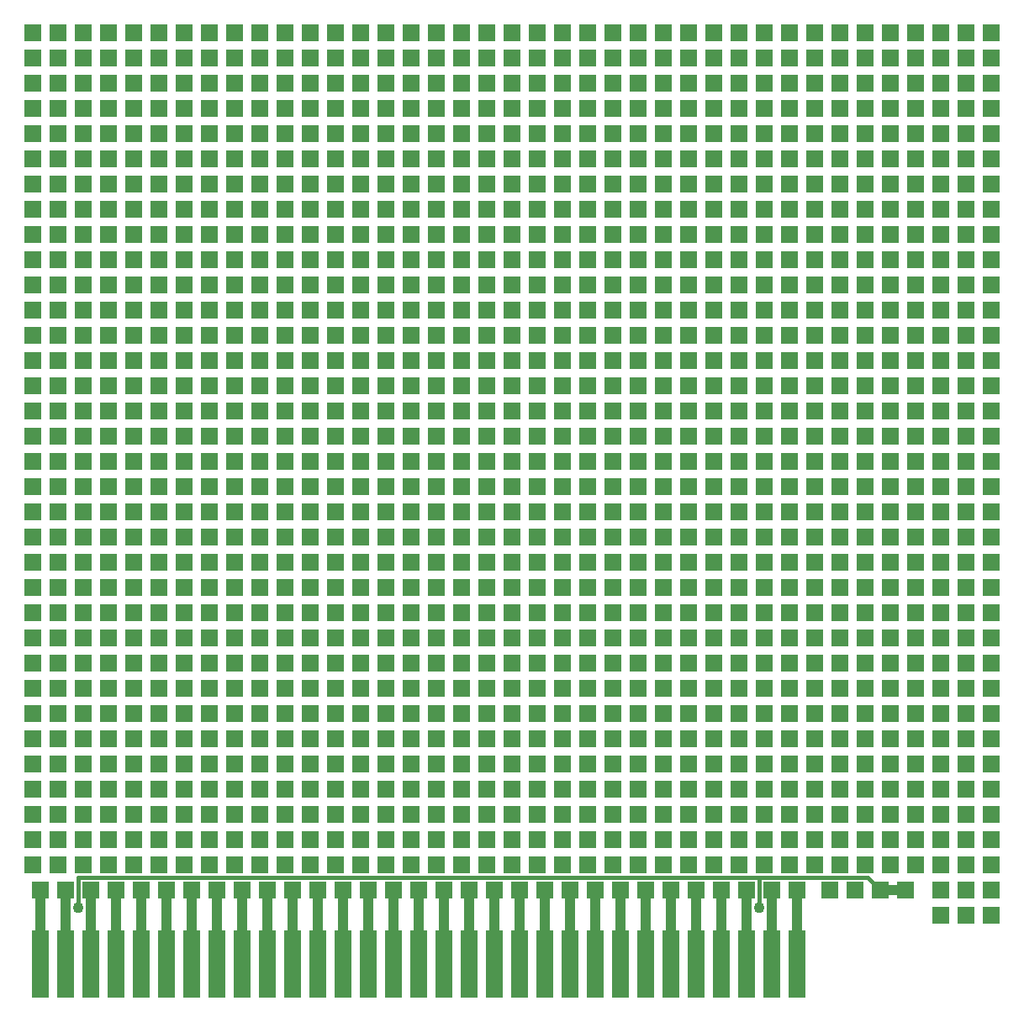
<source format=gbr>
%TF.GenerationSoftware,KiCad,Pcbnew,9.0.1+1*%
%TF.CreationDate,2025-06-01T22:03:50+02:00*%
%TF.ProjectId,isa_8bit_protoboard,6973615f-3862-4697-945f-70726f746f62,rev?*%
%TF.SameCoordinates,Original*%
%TF.FileFunction,Copper,L1,Top*%
%TF.FilePolarity,Positive*%
%FSLAX46Y46*%
G04 Gerber Fmt 4.6, Leading zero omitted, Abs format (unit mm)*
G04 Created by KiCad (PCBNEW 9.0.1+1) date 2025-06-01 22:03:50*
%MOMM*%
%LPD*%
G01*
G04 APERTURE LIST*
%TA.AperFunction,ConnectorPad*%
%ADD10R,1.780000X6.784748*%
%TD*%
%TA.AperFunction,ConnectorPad*%
%ADD11R,1.780000X6.784746*%
%TD*%
%TA.AperFunction,ConnectorPad*%
%ADD12R,1.780000X6.784747*%
%TD*%
%TA.AperFunction,ComponentPad*%
%ADD13R,1.700000X1.700000*%
%TD*%
%TA.AperFunction,SMDPad,CuDef*%
%ADD14R,1.700000X1.700000*%
%TD*%
%TA.AperFunction,ViaPad*%
%ADD15C,1.100000*%
%TD*%
%TA.AperFunction,Conductor*%
%ADD16C,1.000000*%
%TD*%
%TA.AperFunction,Conductor*%
%ADD17C,0.400000*%
%TD*%
G04 APERTURE END LIST*
D10*
%TO.P,J3,32,IO*%
%TO.N,~{IO_CH_CK}*%
X175260000Y-138012377D03*
%TO.P,J3,33,DB7*%
%TO.N,D7*%
X172720000Y-138012377D03*
%TO.P,J3,34,DB6*%
%TO.N,D6*%
X170180000Y-138012377D03*
%TO.P,J3,35,DB5*%
%TO.N,D5*%
X167640000Y-138012377D03*
%TO.P,J3,36,DB4*%
%TO.N,D4*%
X165100000Y-138012377D03*
%TO.P,J3,37,DB3*%
%TO.N,D3*%
X162560000Y-138012377D03*
%TO.P,J3,38,DB2*%
%TO.N,D2*%
X160020000Y-138012377D03*
%TO.P,J3,39,DB1*%
%TO.N,D1*%
X157480000Y-138012377D03*
%TO.P,J3,40,DB0*%
%TO.N,D0*%
X154940000Y-138012377D03*
%TO.P,J3,41,IO_READY*%
%TO.N,IOCHRDY*%
X152400000Y-138012377D03*
%TO.P,J3,42,AEN*%
%TO.N,AEN*%
X149860000Y-138012377D03*
%TO.P,J3,43,BA19*%
%TO.N,A19*%
X147320000Y-138012377D03*
%TO.P,J3,44,BA18*%
%TO.N,A18*%
X144780000Y-138012377D03*
%TO.P,J3,45,BA17*%
%TO.N,A17*%
X142240000Y-138012377D03*
%TO.P,J3,46,BA16*%
%TO.N,A16*%
X139700000Y-138012377D03*
%TO.P,J3,47,BA15*%
%TO.N,A15*%
X137160000Y-138012377D03*
%TO.P,J3,48,BA14*%
%TO.N,A14*%
X134620000Y-138012377D03*
%TO.P,J3,49,BA13*%
%TO.N,A13*%
X132080000Y-138012377D03*
%TO.P,J3,50,BA12*%
%TO.N,A12*%
X129540000Y-138012377D03*
%TO.P,J3,51,BA11*%
%TO.N,A11*%
X127000000Y-138012377D03*
%TO.P,J3,52,BA10*%
%TO.N,A10*%
X124460000Y-138012377D03*
%TO.P,J3,53,BA09*%
%TO.N,A09*%
X121920000Y-138012377D03*
%TO.P,J3,54,BA08*%
%TO.N,A08*%
X119380000Y-138012377D03*
%TO.P,J3,55,BA07*%
%TO.N,A07*%
X116840000Y-138012377D03*
%TO.P,J3,56,BA06*%
%TO.N,A06*%
X114300000Y-138012377D03*
%TO.P,J3,57,BA05*%
%TO.N,A05*%
X111760000Y-138012377D03*
%TO.P,J3,58,BA04*%
%TO.N,A04*%
X109220000Y-138012377D03*
%TO.P,J3,59,BA03*%
%TO.N,A03*%
X106680000Y-138012377D03*
%TO.P,J3,60,BA02*%
%TO.N,A02*%
X104140000Y-138012377D03*
D11*
%TO.P,J3,61,BA01*%
%TO.N,A01*%
X101600000Y-138012378D03*
D12*
%TO.P,J3,62,BA00*%
%TO.N,A00*%
X99060000Y-138012377D03*
%TD*%
D13*
%TO.P,REF\u002A\u002A694,1*%
%TO.N,N/C*%
X121158000Y-89916000D03*
%TD*%
%TO.P,REF\u002A\u002A33,1*%
%TO.N,N/C*%
X179578000Y-44196000D03*
%TD*%
%TO.P,REF\u002A\u002A1140,1*%
%TO.N,N/C*%
X194818000Y-117856000D03*
%TD*%
%TO.P,REF\u002A\u002A89,1*%
%TO.N,N/C*%
X128778000Y-49276000D03*
%TD*%
%TO.P,REF\u002A\u002A281,1*%
%TO.N,N/C*%
X133858000Y-61976000D03*
%TD*%
%TO.P,REF\u002A\u002A735,1*%
%TO.N,N/C*%
X128778000Y-92456000D03*
%TD*%
%TO.P,REF\u002A\u002A1145,1*%
%TO.N,N/C*%
X108458000Y-120396000D03*
%TD*%
%TO.P,REF\u002A\u002A250,1*%
%TO.N,N/C*%
X151638000Y-59436000D03*
%TD*%
%TO.P,REF\u002A\u002A421,1*%
%TO.N,N/C*%
X103378000Y-72136000D03*
%TD*%
%TO.P,REF\u002A\u002A780,1*%
%TO.N,N/C*%
X146558000Y-94996000D03*
%TD*%
%TO.P,REF\u002A\u002A546,1*%
%TO.N,N/C*%
X131318000Y-79756000D03*
%TD*%
%TO.P,REF\u002A\u002A1019,1*%
%TO.N,N/C*%
X174498000Y-110236000D03*
%TD*%
%TO.P,REF\u002A\u002A375,1*%
%TO.N,N/C*%
X179578000Y-67056000D03*
%TD*%
%TO.P,REF\u002A\u002A927,1*%
%TO.N,N/C*%
X133858000Y-105156000D03*
%TD*%
%TO.P,REF\u002A\u002A205,1*%
%TO.N,N/C*%
X133858000Y-56896000D03*
%TD*%
%TO.P,REF\u002A\u002A484,1*%
%TO.N,N/C*%
X166878000Y-74676000D03*
%TD*%
%TO.P,REF\u002A\u002A1178,1*%
%TO.N,N/C*%
X192278000Y-120396000D03*
%TD*%
%TO.P,REF\u002A\u002A792,1*%
%TO.N,N/C*%
X177038000Y-94996000D03*
%TD*%
%TO.P,REF\u002A\u002A850,1*%
%TO.N,N/C*%
X131318000Y-100076000D03*
%TD*%
%TO.P,REF\u002A\u002A137,1*%
%TO.N,N/C*%
X154178000Y-51816000D03*
%TD*%
%TO.P,REF\u002A\u002A81,1*%
%TO.N,N/C*%
X108458000Y-49276000D03*
%TD*%
%TO.P,REF\u002A\u002A361,1*%
%TO.N,N/C*%
X144018000Y-67056000D03*
%TD*%
%TO.P,REF\u002A\u002A302,1*%
%TO.N,N/C*%
X187198000Y-61976000D03*
%TD*%
%TO.P,REF\u002A\u002A879,1*%
%TO.N,N/C*%
X108458000Y-102616000D03*
%TD*%
%TO.P,REF\u002A\u002A402,1*%
%TO.N,N/C*%
X151638000Y-69596000D03*
%TD*%
%TO.P,REF\u002A\u002A877,1*%
%TO.N,N/C*%
X103378000Y-102616000D03*
%TD*%
%TO.P,REF\u002A\u002A478,1*%
%TO.N,N/C*%
X151638000Y-74676000D03*
%TD*%
%TO.P,REF\u002A\u002A996,1*%
%TO.N,N/C*%
X116078000Y-110236000D03*
%TD*%
%TO.P,REF\u002A\u002A292,1*%
%TO.N,N/C*%
X161798000Y-61976000D03*
%TD*%
%TO.P,REF\u002A\u002A172,1*%
%TO.N,N/C*%
X146558000Y-54356000D03*
%TD*%
%TO.P,REF\u002A\u002A801,1*%
%TO.N,N/C*%
X103378000Y-97536000D03*
%TD*%
%TO.P,REF\u002A\u002A342,1*%
%TO.N,N/C*%
X192278000Y-64516000D03*
%TD*%
%TO.P,REF\u002A\u002A1071,1*%
%TO.N,N/C*%
X113538000Y-115316000D03*
%TD*%
%TO.P,REF\u002A\u002A684,1*%
%TO.N,N/C*%
X192278000Y-87376000D03*
%TD*%
%TO.P,REF\u002A\u002A1245,1*%
%TO.N,N/C*%
X169418000Y-125476000D03*
%TD*%
%TO.P,REF\u002A\u002A1052,1*%
%TO.N,N/C*%
X161798000Y-112776000D03*
%TD*%
%TO.P,REF\u002A\u002A994,1*%
%TO.N,N/C*%
X110998000Y-110236000D03*
%TD*%
%TO.P,REF\u002A\u002A606,1*%
%TO.N,N/C*%
X187198000Y-82296000D03*
%TD*%
%TO.P,REF\u002A\u002A949,1*%
%TO.N,N/C*%
X189738000Y-105156000D03*
%TD*%
%TO.P,REF\u002A\u002A703,1*%
%TO.N,N/C*%
X144018000Y-89916000D03*
%TD*%
%TO.P,REF\u002A\u002A238,1*%
%TO.N,N/C*%
X121158000Y-59436000D03*
%TD*%
%TO.P,REF\u002A\u002A216,1*%
%TO.N,N/C*%
X161798000Y-56896000D03*
%TD*%
%TO.P,REF\u002A\u002A1085,1*%
%TO.N,N/C*%
X149098000Y-115316000D03*
%TD*%
%TO.P,REF\u002A\u002A550,1*%
%TO.N,N/C*%
X141478000Y-79756000D03*
%TD*%
%TO.P,REF\u002A\u002A330,1*%
%TO.N,N/C*%
X161798000Y-64516000D03*
%TD*%
%TO.P,REF\u002A\u002A1213,1*%
%TO.N,N/C*%
X184658000Y-122936000D03*
%TD*%
%TO.P,REF\u002A\u002A589,1*%
%TO.N,N/C*%
X144018000Y-82296000D03*
%TD*%
%TO.P,REF\u002A\u002A162,1*%
%TO.N,N/C*%
X121158000Y-54356000D03*
%TD*%
%TO.P,REF\u002A\u002A1064,1*%
%TO.N,N/C*%
X194818000Y-112776000D03*
%TD*%
%TO.P,REF\u002A\u002A1061,1*%
%TO.N,N/C*%
X184658000Y-112776000D03*
%TD*%
%TO.P,REF\u002A\u002A1125,1*%
%TO.N,N/C*%
X154178000Y-117856000D03*
%TD*%
%TO.P,REF\u002A\u002A901,1*%
%TO.N,N/C*%
X164338000Y-102616000D03*
%TD*%
%TO.P,REF\u002A\u002A659,1*%
%TO.N,N/C*%
X128778000Y-87376000D03*
%TD*%
%TO.P,REF\u002A\u002A495,1*%
%TO.N,N/C*%
X98298000Y-77216000D03*
%TD*%
%TO.P,REF\u002A\u002A609,1*%
%TO.N,N/C*%
X98298000Y-84836000D03*
%TD*%
%TO.P,REF\u002A\u002A270,1*%
%TO.N,N/C*%
X105918000Y-61976000D03*
%TD*%
%TO.P,REF\u002A\u002A420,1*%
%TO.N,N/C*%
X100838000Y-72136000D03*
%TD*%
%TO.P,REF\u002A\u002A,1*%
%TO.N,N/C*%
X192278000Y-133096000D03*
%TD*%
%TO.P,REF\u002A\u002A1072,1*%
%TO.N,N/C*%
X116078000Y-115316000D03*
%TD*%
%TO.P,REF\u002A\u002A646,1*%
%TO.N,N/C*%
X192278000Y-84836000D03*
%TD*%
%TO.P,REF\u002A\u002A293,1*%
%TO.N,N/C*%
X164338000Y-61976000D03*
%TD*%
%TO.P,REF\u002A\u002A1088,1*%
%TO.N,N/C*%
X156718000Y-115316000D03*
%TD*%
%TO.P,REF\u002A\u002A684,1*%
%TO.N,N/C*%
X194818000Y-87376000D03*
%TD*%
%TO.P,REF\u002A\u002A874,1*%
%TO.N,N/C*%
X192278000Y-100076000D03*
%TD*%
%TO.P,REF\u002A\u002A357,1*%
%TO.N,N/C*%
X133858000Y-67056000D03*
%TD*%
%TO.P,REF\u002A\u002A313,1*%
%TO.N,N/C*%
X118618000Y-64516000D03*
%TD*%
%TO.P,REF\u002A\u002A870,1*%
%TO.N,N/C*%
X182118000Y-100076000D03*
%TD*%
%TO.P,REF\u002A\u002A797,1*%
%TO.N,N/C*%
X189738000Y-94996000D03*
%TD*%
%TO.P,REF\u002A\u002A78,1*%
%TO.N,N/C*%
X100838000Y-49276000D03*
%TD*%
%TO.P,REF\u002A\u002A744,1*%
%TO.N,N/C*%
X151638000Y-92456000D03*
%TD*%
%TO.P,REF\u002A\u002A,1*%
%TO.N,N/C*%
X192278000Y-128016000D03*
%TD*%
%TO.P,REF\u002A\u002A491,1*%
%TO.N,N/C*%
X184658000Y-74676000D03*
%TD*%
%TO.P,REF\u002A\u002A750,1*%
%TO.N,N/C*%
X166878000Y-92456000D03*
%TD*%
%TO.P,REF\u002A\u002A531,1*%
%TO.N,N/C*%
X189738000Y-77216000D03*
%TD*%
%TO.P,REF\u002A\u002A1089,1*%
%TO.N,N/C*%
X159258000Y-115316000D03*
%TD*%
%TO.P,REF\u002A\u002A1119,1*%
%TO.N,N/C*%
X138938000Y-117856000D03*
%TD*%
%TO.P,REF\u002A\u002A564,1*%
%TO.N,N/C*%
X177038000Y-79756000D03*
%TD*%
%TO.P,REF\u002A\u002A608,1*%
%TO.N,N/C*%
X194818000Y-82296000D03*
%TD*%
%TO.P,REF\u002A\u002A872,1*%
%TO.N,N/C*%
X187198000Y-100076000D03*
%TD*%
%TO.P,REF\u002A\u002A670,1*%
%TO.N,N/C*%
X156718000Y-87376000D03*
%TD*%
%TO.P,REF\u002A\u002A1252,1*%
%TO.N,N/C*%
X187198000Y-125476000D03*
%TD*%
%TO.P,REF\u002A\u002A446,1*%
%TO.N,N/C*%
X166878000Y-72136000D03*
%TD*%
%TO.P,REF\u002A\u002A653,1*%
%TO.N,N/C*%
X113538000Y-87376000D03*
%TD*%
%TO.P,REF\u002A\u002A988,1*%
%TO.N,N/C*%
X192278000Y-107696000D03*
%TD*%
%TO.P,REF\u002A\u002A1168,1*%
%TO.N,N/C*%
X166878000Y-120396000D03*
%TD*%
%TO.P,REF\u002A\u002A616,1*%
%TO.N,N/C*%
X116078000Y-84836000D03*
%TD*%
%TO.P,REF\u002A\u002A912,1*%
%TO.N,N/C*%
X194818000Y-102616000D03*
%TD*%
%TO.P,REF\u002A\u002A867,1*%
%TO.N,N/C*%
X174498000Y-100076000D03*
%TD*%
%TO.P,REF\u002A\u002A1,1*%
%TO.N,N/C*%
X98298000Y-44196000D03*
%TD*%
%TO.P,REF\u002A\u002A262,1*%
%TO.N,N/C*%
X182118000Y-59436000D03*
%TD*%
%TO.P,REF\u002A\u002A1146,1*%
%TO.N,N/C*%
X110998000Y-120396000D03*
%TD*%
%TO.P,REF\u002A\u002A982,1*%
%TO.N,N/C*%
X177038000Y-107696000D03*
%TD*%
%TO.P,REF\u002A\u002A749,1*%
%TO.N,N/C*%
X164338000Y-92456000D03*
%TD*%
%TO.P,REF\u002A\u002A268,1*%
%TO.N,N/C*%
X100838000Y-61976000D03*
%TD*%
%TO.P,REF\u002A\u002A372,1*%
%TO.N,N/C*%
X171958000Y-67056000D03*
%TD*%
%TO.P,REF\u002A\u002A481,1*%
%TO.N,N/C*%
X159258000Y-74676000D03*
%TD*%
%TO.P,REF\u002A\u002A1102,1*%
%TO.N,N/C*%
X192278000Y-115316000D03*
%TD*%
%TO.P,REF\u002A\u002A1254,1*%
%TO.N,N/C*%
X194818000Y-125476000D03*
%TD*%
%TO.P,REF\u002A\u002A908,1*%
%TO.N,N/C*%
X182118000Y-102616000D03*
%TD*%
%TO.P,REF\u002A\u002A856,1*%
%TO.N,N/C*%
X146558000Y-100076000D03*
%TD*%
%TO.P,REF\u002A\u002A651,1*%
%TO.N,N/C*%
X108458000Y-87376000D03*
%TD*%
%TO.P,REF\u002A\u002A1060,1*%
%TO.N,N/C*%
X182118000Y-112776000D03*
%TD*%
%TO.P,REF\u002A\u002A933,1*%
%TO.N,N/C*%
X149098000Y-105156000D03*
%TD*%
%TO.P,REF\u002A\u002A658,1*%
%TO.N,N/C*%
X126238000Y-87376000D03*
%TD*%
%TO.P,REF\u002A\u002A41,1*%
%TO.N,N/C*%
X103378000Y-46736000D03*
%TD*%
D14*
%TO.P,REF\u002A\u002A1300,1*%
%TO.N,N/C*%
X119380000Y-130556000D03*
%TD*%
D13*
%TO.P,REF\u002A\u002A545,1*%
%TO.N,N/C*%
X128778000Y-79756000D03*
%TD*%
%TO.P,REF\u002A\u002A324,1*%
%TO.N,N/C*%
X146558000Y-64516000D03*
%TD*%
%TO.P,REF\u002A\u002A944,1*%
%TO.N,N/C*%
X177038000Y-105156000D03*
%TD*%
%TO.P,REF\u002A\u002A111,1*%
%TO.N,N/C*%
X184658000Y-49276000D03*
%TD*%
%TO.P,REF\u002A\u002A627,1*%
%TO.N,N/C*%
X144018000Y-84836000D03*
%TD*%
%TO.P,REF\u002A\u002A97,1*%
%TO.N,N/C*%
X149098000Y-49276000D03*
%TD*%
%TO.P,REF\u002A\u002A1016,1*%
%TO.N,N/C*%
X166878000Y-110236000D03*
%TD*%
%TO.P,REF\u002A\u002A590,1*%
%TO.N,N/C*%
X146558000Y-82296000D03*
%TD*%
%TO.P,REF\u002A\u002A674,1*%
%TO.N,N/C*%
X166878000Y-87376000D03*
%TD*%
%TO.P,REF\u002A\u002A513,1*%
%TO.N,N/C*%
X144018000Y-77216000D03*
%TD*%
%TO.P,REF\u002A\u002A69,1*%
%TO.N,N/C*%
X174498000Y-46736000D03*
%TD*%
%TO.P,REF\u002A\u002A871,1*%
%TO.N,N/C*%
X184658000Y-100076000D03*
%TD*%
%TO.P,REF\u002A\u002A784,1*%
%TO.N,N/C*%
X156718000Y-94996000D03*
%TD*%
%TO.P,REF\u002A\u002A793,1*%
%TO.N,N/C*%
X179578000Y-94996000D03*
%TD*%
%TO.P,REF\u002A\u002A479,1*%
%TO.N,N/C*%
X154178000Y-74676000D03*
%TD*%
%TO.P,REF\u002A\u002A576,1*%
%TO.N,N/C*%
X110998000Y-82296000D03*
%TD*%
%TO.P,REF\u002A\u002A322,1*%
%TO.N,N/C*%
X141478000Y-64516000D03*
%TD*%
%TO.P,REF\u002A\u002A604,1*%
%TO.N,N/C*%
X182118000Y-82296000D03*
%TD*%
%TO.P,REF\u002A\u002A1100,1*%
%TO.N,N/C*%
X187198000Y-115316000D03*
%TD*%
%TO.P,REF\u002A\u002A1067,1*%
%TO.N,N/C*%
X103378000Y-115316000D03*
%TD*%
%TO.P,REF\u002A\u002A1164,1*%
%TO.N,N/C*%
X156718000Y-120396000D03*
%TD*%
%TO.P,REF\u002A\u002A1254,1*%
%TO.N,N/C*%
X194818000Y-130556000D03*
%TD*%
%TO.P,REF\u002A\u002A836,1*%
%TO.N,N/C*%
X194818000Y-97536000D03*
%TD*%
%TO.P,REF\u002A\u002A207,1*%
%TO.N,N/C*%
X138938000Y-56896000D03*
%TD*%
%TO.P,REF\u002A\u002A90,1*%
%TO.N,N/C*%
X131318000Y-49276000D03*
%TD*%
%TO.P,REF\u002A\u002A1235,1*%
%TO.N,N/C*%
X144018000Y-125476000D03*
%TD*%
%TO.P,REF\u002A\u002A771,1*%
%TO.N,N/C*%
X123698000Y-94996000D03*
%TD*%
%TO.P,REF\u002A\u002A15,1*%
%TO.N,N/C*%
X133858000Y-44196000D03*
%TD*%
%TO.P,REF\u002A\u002A1223,1*%
%TO.N,N/C*%
X113538000Y-125476000D03*
%TD*%
%TO.P,REF\u002A\u002A553,1*%
%TO.N,N/C*%
X149098000Y-79756000D03*
%TD*%
%TO.P,REF\u002A\u002A941,1*%
%TO.N,N/C*%
X169418000Y-105156000D03*
%TD*%
%TO.P,REF\u002A\u002A640,1*%
%TO.N,N/C*%
X177038000Y-84836000D03*
%TD*%
%TO.P,REF\u002A\u002A992,1*%
%TO.N,N/C*%
X105918000Y-110236000D03*
%TD*%
%TO.P,REF\u002A\u002A1210,1*%
%TO.N,N/C*%
X177038000Y-122936000D03*
%TD*%
%TO.P,REF\u002A\u002A747,1*%
%TO.N,N/C*%
X159258000Y-92456000D03*
%TD*%
D14*
%TO.P,REF\u002A\u002A1319,1*%
%TO.N,N/C*%
X167640000Y-130556000D03*
%TD*%
D13*
%TO.P,REF\u002A\u002A507,1*%
%TO.N,N/C*%
X128778000Y-77216000D03*
%TD*%
%TO.P,REF\u002A\u002A1180,1*%
%TO.N,N/C*%
X100838000Y-122936000D03*
%TD*%
%TO.P,REF\u002A\u002A777,1*%
%TO.N,N/C*%
X138938000Y-94996000D03*
%TD*%
%TO.P,REF\u002A\u002A940,1*%
%TO.N,N/C*%
X166878000Y-105156000D03*
%TD*%
%TO.P,REF\u002A\u002A307,1*%
%TO.N,N/C*%
X103378000Y-64516000D03*
%TD*%
%TO.P,REF\u002A\u002A1272,1*%
%TO.N,N/C*%
X141478000Y-128016000D03*
%TD*%
%TO.P,REF\u002A\u002A636,1*%
%TO.N,N/C*%
X166878000Y-84836000D03*
%TD*%
%TO.P,REF\u002A\u002A14,1*%
%TO.N,N/C*%
X131318000Y-44196000D03*
%TD*%
%TO.P,REF\u002A\u002A741,1*%
%TO.N,N/C*%
X144018000Y-92456000D03*
%TD*%
%TO.P,REF\u002A\u002A1202,1*%
%TO.N,N/C*%
X156718000Y-122936000D03*
%TD*%
%TO.P,REF\u002A\u002A349,1*%
%TO.N,N/C*%
X113538000Y-67056000D03*
%TD*%
%TO.P,REF\u002A\u002A282,1*%
%TO.N,N/C*%
X136398000Y-61976000D03*
%TD*%
%TO.P,REF\u002A\u002A837,1*%
%TO.N,N/C*%
X98298000Y-100076000D03*
%TD*%
%TO.P,REF\u002A\u002A176,1*%
%TO.N,N/C*%
X156718000Y-54356000D03*
%TD*%
D14*
%TO.P,REF\u002A\u002A1316,1*%
%TO.N,N/C*%
X160020000Y-130556000D03*
%TD*%
D13*
%TO.P,REF\u002A\u002A122,1*%
%TO.N,N/C*%
X116078000Y-51816000D03*
%TD*%
%TO.P,REF\u002A\u002A883,1*%
%TO.N,N/C*%
X118618000Y-102616000D03*
%TD*%
%TO.P,REF\u002A\u002A26,1*%
%TO.N,N/C*%
X161798000Y-44196000D03*
%TD*%
%TO.P,REF\u002A\u002A1282,1*%
%TO.N,N/C*%
X166878000Y-128016000D03*
%TD*%
%TO.P,REF\u002A\u002A608,1*%
%TO.N,N/C*%
X192278000Y-82296000D03*
%TD*%
%TO.P,REF\u002A\u002A1093,1*%
%TO.N,N/C*%
X169418000Y-115316000D03*
%TD*%
%TO.P,REF\u002A\u002A973,1*%
%TO.N,N/C*%
X154178000Y-107696000D03*
%TD*%
%TO.P,REF\u002A\u002A376,1*%
%TO.N,N/C*%
X182118000Y-67056000D03*
%TD*%
%TO.P,REF\u002A\u002A194,1*%
%TO.N,N/C*%
X105918000Y-56896000D03*
%TD*%
%TO.P,REF\u002A\u002A1056,1*%
%TO.N,N/C*%
X171958000Y-112776000D03*
%TD*%
%TO.P,REF\u002A\u002A117,1*%
%TO.N,N/C*%
X103378000Y-51816000D03*
%TD*%
%TO.P,REF\u002A\u002A594,1*%
%TO.N,N/C*%
X156718000Y-82296000D03*
%TD*%
%TO.P,REF\u002A\u002A678,1*%
%TO.N,N/C*%
X177038000Y-87376000D03*
%TD*%
%TO.P,REF\u002A\u002A1283,1*%
%TO.N,N/C*%
X169418000Y-128016000D03*
%TD*%
%TO.P,REF\u002A\u002A708,1*%
%TO.N,N/C*%
X156718000Y-89916000D03*
%TD*%
%TO.P,REF\u002A\u002A393,1*%
%TO.N,N/C*%
X128778000Y-69596000D03*
%TD*%
%TO.P,REF\u002A\u002A974,1*%
%TO.N,N/C*%
X156718000Y-107696000D03*
%TD*%
%TO.P,REF\u002A\u002A159,1*%
%TO.N,N/C*%
X113538000Y-54356000D03*
%TD*%
%TO.P,REF\u002A\u002A534,1*%
%TO.N,N/C*%
X100838000Y-79756000D03*
%TD*%
%TO.P,REF\u002A\u002A285,1*%
%TO.N,N/C*%
X144018000Y-61976000D03*
%TD*%
%TO.P,REF\u002A\u002A899,1*%
%TO.N,N/C*%
X159258000Y-102616000D03*
%TD*%
%TO.P,REF\u002A\u002A648,1*%
%TO.N,N/C*%
X100838000Y-87376000D03*
%TD*%
%TO.P,REF\u002A\u002A319,1*%
%TO.N,N/C*%
X133858000Y-64516000D03*
%TD*%
%TO.P,REF\u002A\u002A698,1*%
%TO.N,N/C*%
X131318000Y-89916000D03*
%TD*%
%TO.P,REF\u002A\u002A726,1*%
%TO.N,N/C*%
X105918000Y-92456000D03*
%TD*%
%TO.P,REF\u002A\u002A1167,1*%
%TO.N,N/C*%
X164338000Y-120396000D03*
%TD*%
%TO.P,REF\u002A\u002A558,1*%
%TO.N,N/C*%
X161798000Y-79756000D03*
%TD*%
%TO.P,REF\u002A\u002A406,1*%
%TO.N,N/C*%
X161798000Y-69596000D03*
%TD*%
%TO.P,REF\u002A\u002A242,1*%
%TO.N,N/C*%
X131318000Y-59436000D03*
%TD*%
%TO.P,REF\u002A\u002A646,1*%
%TO.N,N/C*%
X194818000Y-84836000D03*
%TD*%
%TO.P,REF\u002A\u002A1184,1*%
%TO.N,N/C*%
X110998000Y-122936000D03*
%TD*%
%TO.P,REF\u002A\u002A934,1*%
%TO.N,N/C*%
X151638000Y-105156000D03*
%TD*%
%TO.P,REF\u002A\u002A860,1*%
%TO.N,N/C*%
X156718000Y-100076000D03*
%TD*%
%TO.P,REF\u002A\u002A363,1*%
%TO.N,N/C*%
X149098000Y-67056000D03*
%TD*%
%TO.P,REF\u002A\u002A366,1*%
%TO.N,N/C*%
X156718000Y-67056000D03*
%TD*%
%TO.P,REF\u002A\u002A913,1*%
%TO.N,N/C*%
X98298000Y-105156000D03*
%TD*%
%TO.P,REF\u002A\u002A668,1*%
%TO.N,N/C*%
X151638000Y-87376000D03*
%TD*%
%TO.P,REF\u002A\u002A906,1*%
%TO.N,N/C*%
X177038000Y-102616000D03*
%TD*%
%TO.P,REF\u002A\u002A1260,1*%
%TO.N,N/C*%
X110998000Y-128016000D03*
%TD*%
%TO.P,REF\u002A\u002A1148,1*%
%TO.N,N/C*%
X116078000Y-120396000D03*
%TD*%
%TO.P,REF\u002A\u002A359,1*%
%TO.N,N/C*%
X138938000Y-67056000D03*
%TD*%
%TO.P,REF\u002A\u002A1126,1*%
%TO.N,N/C*%
X156718000Y-117856000D03*
%TD*%
%TO.P,REF\u002A\u002A82,1*%
%TO.N,N/C*%
X110998000Y-49276000D03*
%TD*%
%TO.P,REF\u002A\u002A34,1*%
%TO.N,N/C*%
X182118000Y-44196000D03*
%TD*%
%TO.P,REF\u002A\u002A939,1*%
%TO.N,N/C*%
X164338000Y-105156000D03*
%TD*%
%TO.P,REF\u002A\u002A720,1*%
%TO.N,N/C*%
X187198000Y-89916000D03*
%TD*%
%TO.P,REF\u002A\u002A577,1*%
%TO.N,N/C*%
X113538000Y-82296000D03*
%TD*%
%TO.P,REF\u002A\u002A1253,1*%
%TO.N,N/C*%
X189738000Y-125476000D03*
%TD*%
%TO.P,REF\u002A\u002A733,1*%
%TO.N,N/C*%
X123698000Y-92456000D03*
%TD*%
%TO.P,REF\u002A\u002A180,1*%
%TO.N,N/C*%
X166878000Y-54356000D03*
%TD*%
%TO.P,REF\u002A\u002A556,1*%
%TO.N,N/C*%
X156718000Y-79756000D03*
%TD*%
%TO.P,REF\u002A\u002A54,1*%
%TO.N,N/C*%
X136398000Y-46736000D03*
%TD*%
%TO.P,REF\u002A\u002A272,1*%
%TO.N,N/C*%
X110998000Y-61976000D03*
%TD*%
%TO.P,REF\u002A\u002A563,1*%
%TO.N,N/C*%
X174498000Y-79756000D03*
%TD*%
%TO.P,REF\u002A\u002A683,1*%
%TO.N,N/C*%
X189738000Y-87376000D03*
%TD*%
%TO.P,REF\u002A\u002A838,1*%
%TO.N,N/C*%
X100838000Y-100076000D03*
%TD*%
%TO.P,REF\u002A\u002A632,1*%
%TO.N,N/C*%
X156718000Y-84836000D03*
%TD*%
%TO.P,REF\u002A\u002A1288,1*%
%TO.N,N/C*%
X182118000Y-128016000D03*
%TD*%
%TO.P,REF\u002A\u002A1233,1*%
%TO.N,N/C*%
X138938000Y-125476000D03*
%TD*%
%TO.P,REF\u002A\u002A1250,1*%
%TO.N,N/C*%
X182118000Y-125476000D03*
%TD*%
%TO.P,REF\u002A\u002A1290,1*%
%TO.N,N/C*%
X187198000Y-128016000D03*
%TD*%
%TO.P,REF\u002A\u002A391,1*%
%TO.N,N/C*%
X123698000Y-69596000D03*
%TD*%
%TO.P,REF\u002A\u002A861,1*%
%TO.N,N/C*%
X159258000Y-100076000D03*
%TD*%
%TO.P,REF\u002A\u002A220,1*%
%TO.N,N/C*%
X171958000Y-56896000D03*
%TD*%
%TO.P,REF\u002A\u002A157,1*%
%TO.N,N/C*%
X108458000Y-54356000D03*
%TD*%
%TO.P,REF\u002A\u002A36,1*%
%TO.N,N/C*%
X187198000Y-44196000D03*
%TD*%
%TO.P,REF\u002A\u002A1090,1*%
%TO.N,N/C*%
X161798000Y-115316000D03*
%TD*%
%TO.P,REF\u002A\u002A986,1*%
%TO.N,N/C*%
X187198000Y-107696000D03*
%TD*%
%TO.P,REF\u002A\u002A578,1*%
%TO.N,N/C*%
X116078000Y-82296000D03*
%TD*%
%TO.P,REF\u002A\u002A654,1*%
%TO.N,N/C*%
X116078000Y-87376000D03*
%TD*%
%TO.P,REF\u002A\u002A975,1*%
%TO.N,N/C*%
X159258000Y-107696000D03*
%TD*%
%TO.P,REF\u002A\u002A1002,1*%
%TO.N,N/C*%
X131318000Y-110236000D03*
%TD*%
%TO.P,REF\u002A\u002A1001,1*%
%TO.N,N/C*%
X128778000Y-110236000D03*
%TD*%
%TO.P,REF\u002A\u002A1108,1*%
%TO.N,N/C*%
X110998000Y-117856000D03*
%TD*%
%TO.P,REF\u002A\u002A417,1*%
%TO.N,N/C*%
X189738000Y-69596000D03*
%TD*%
%TO.P,REF\u002A\u002A1132,1*%
%TO.N,N/C*%
X171958000Y-117856000D03*
%TD*%
%TO.P,REF\u002A\u002A229,1*%
%TO.N,N/C*%
X98298000Y-59436000D03*
%TD*%
%TO.P,REF\u002A\u002A445,1*%
%TO.N,N/C*%
X164338000Y-72136000D03*
%TD*%
%TO.P,REF\u002A\u002A1047,1*%
%TO.N,N/C*%
X149098000Y-112776000D03*
%TD*%
%TO.P,REF\u002A\u002A820,1*%
%TO.N,N/C*%
X151638000Y-97536000D03*
%TD*%
%TO.P,REF\u002A\u002A1099,1*%
%TO.N,N/C*%
X184658000Y-115316000D03*
%TD*%
%TO.P,REF\u002A\u002A960,1*%
%TO.N,N/C*%
X121158000Y-107696000D03*
%TD*%
%TO.P,REF\u002A\u002A1026,1*%
%TO.N,N/C*%
X192278000Y-110236000D03*
%TD*%
%TO.P,REF\u002A\u002A1246,1*%
%TO.N,N/C*%
X171958000Y-125476000D03*
%TD*%
%TO.P,REF\u002A\u002A734,1*%
%TO.N,N/C*%
X126238000Y-92456000D03*
%TD*%
%TO.P,REF\u002A\u002A1221,1*%
%TO.N,N/C*%
X108458000Y-125476000D03*
%TD*%
%TO.P,REF\u002A\u002A989,1*%
%TO.N,N/C*%
X98298000Y-110236000D03*
%TD*%
%TO.P,REF\u002A\u002A1227,1*%
%TO.N,N/C*%
X123698000Y-125476000D03*
%TD*%
%TO.P,REF\u002A\u002A1176,1*%
%TO.N,N/C*%
X187198000Y-120396000D03*
%TD*%
%TO.P,REF\u002A\u002A829,1*%
%TO.N,N/C*%
X174498000Y-97536000D03*
%TD*%
%TO.P,REF\u002A\u002A18,1*%
%TO.N,N/C*%
X141478000Y-44196000D03*
%TD*%
%TO.P,REF\u002A\u002A854,1*%
%TO.N,N/C*%
X141478000Y-100076000D03*
%TD*%
%TO.P,REF\u002A\u002A67,1*%
%TO.N,N/C*%
X169418000Y-46736000D03*
%TD*%
%TO.P,REF\u002A\u002A1057,1*%
%TO.N,N/C*%
X174498000Y-112776000D03*
%TD*%
%TO.P,REF\u002A\u002A530,1*%
%TO.N,N/C*%
X187198000Y-77216000D03*
%TD*%
%TO.P,REF\u002A\u002A490,1*%
%TO.N,N/C*%
X182118000Y-74676000D03*
%TD*%
%TO.P,REF\u002A\u002A891,1*%
%TO.N,N/C*%
X138938000Y-102616000D03*
%TD*%
%TO.P,REF\u002A\u002A210,1*%
%TO.N,N/C*%
X146558000Y-56896000D03*
%TD*%
%TO.P,REF\u002A\u002A884,1*%
%TO.N,N/C*%
X121158000Y-102616000D03*
%TD*%
%TO.P,REF\u002A\u002A1137,1*%
%TO.N,N/C*%
X184658000Y-117856000D03*
%TD*%
%TO.P,REF\u002A\u002A115,1*%
%TO.N,N/C*%
X98298000Y-51816000D03*
%TD*%
%TO.P,REF\u002A\u002A796,1*%
%TO.N,N/C*%
X187198000Y-94996000D03*
%TD*%
%TO.P,REF\u002A\u002A1101,1*%
%TO.N,N/C*%
X189738000Y-115316000D03*
%TD*%
%TO.P,REF\u002A\u002A1247,1*%
%TO.N,N/C*%
X174498000Y-125476000D03*
%TD*%
%TO.P,REF\u002A\u002A440,1*%
%TO.N,N/C*%
X151638000Y-72136000D03*
%TD*%
%TO.P,REF\u002A\u002A50,1*%
%TO.N,N/C*%
X126238000Y-46736000D03*
%TD*%
%TO.P,REF\u002A\u002A22,1*%
%TO.N,N/C*%
X151638000Y-44196000D03*
%TD*%
%TO.P,REF\u002A\u002A346,1*%
%TO.N,N/C*%
X105918000Y-67056000D03*
%TD*%
%TO.P,REF\u002A\u002A995,1*%
%TO.N,N/C*%
X113538000Y-110236000D03*
%TD*%
%TO.P,REF\u002A\u002A239,1*%
%TO.N,N/C*%
X123698000Y-59436000D03*
%TD*%
%TO.P,REF\u002A\u002A91,1*%
%TO.N,N/C*%
X133858000Y-49276000D03*
%TD*%
D14*
%TO.P,REF\u002A\u002A1304,1*%
%TO.N,N/C*%
X129540000Y-130556000D03*
%TD*%
D13*
%TO.P,REF\u002A\u002A1034,1*%
%TO.N,N/C*%
X116078000Y-112776000D03*
%TD*%
%TO.P,REF\u002A\u002A1076,1*%
%TO.N,N/C*%
X126238000Y-115316000D03*
%TD*%
%TO.P,REF\u002A\u002A234,1*%
%TO.N,N/C*%
X110998000Y-59436000D03*
%TD*%
%TO.P,REF\u002A\u002A1266,1*%
%TO.N,N/C*%
X126238000Y-128016000D03*
%TD*%
%TO.P,REF\u002A\u002A702,1*%
%TO.N,N/C*%
X141478000Y-89916000D03*
%TD*%
%TO.P,REF\u002A\u002A163,1*%
%TO.N,N/C*%
X123698000Y-54356000D03*
%TD*%
%TO.P,REF\u002A\u002A693,1*%
%TO.N,N/C*%
X118618000Y-89916000D03*
%TD*%
%TO.P,REF\u002A\u002A344,1*%
%TO.N,N/C*%
X100838000Y-67056000D03*
%TD*%
%TO.P,REF\u002A\u002A433,1*%
%TO.N,N/C*%
X133858000Y-72136000D03*
%TD*%
%TO.P,REF\u002A\u002A559,1*%
%TO.N,N/C*%
X164338000Y-79756000D03*
%TD*%
%TO.P,REF\u002A\u002A918,1*%
%TO.N,N/C*%
X110998000Y-105156000D03*
%TD*%
%TO.P,REF\u002A\u002A1200,1*%
%TO.N,N/C*%
X151638000Y-122936000D03*
%TD*%
%TO.P,REF\u002A\u002A1018,1*%
%TO.N,N/C*%
X171958000Y-110236000D03*
%TD*%
%TO.P,REF\u002A\u002A732,1*%
%TO.N,N/C*%
X121158000Y-92456000D03*
%TD*%
%TO.P,REF\u002A\u002A499,1*%
%TO.N,N/C*%
X108458000Y-77216000D03*
%TD*%
%TO.P,REF\u002A\u002A51,1*%
%TO.N,N/C*%
X128778000Y-46736000D03*
%TD*%
%TO.P,REF\u002A\u002A1149,1*%
%TO.N,N/C*%
X118618000Y-120396000D03*
%TD*%
%TO.P,REF\u002A\u002A774,1*%
%TO.N,N/C*%
X131318000Y-94996000D03*
%TD*%
%TO.P,REF\u002A\u002A304,1*%
%TO.N,N/C*%
X192278000Y-61976000D03*
%TD*%
%TO.P,REF\u002A\u002A1207,1*%
%TO.N,N/C*%
X169418000Y-122936000D03*
%TD*%
D14*
%TO.P,REF\u002A\u002A1305,1*%
%TO.N,N/C*%
X132080000Y-130556000D03*
%TD*%
D13*
%TO.P,REF\u002A\u002A602,1*%
%TO.N,N/C*%
X177038000Y-82296000D03*
%TD*%
D14*
%TO.P,REF\u002A\u002A1301,1*%
%TO.N,N/C*%
X121920000Y-130556000D03*
%TD*%
D13*
%TO.P,REF\u002A\u002A844,1*%
%TO.N,N/C*%
X116078000Y-100076000D03*
%TD*%
%TO.P,REF\u002A\u002A657,1*%
%TO.N,N/C*%
X123698000Y-87376000D03*
%TD*%
%TO.P,REF\u002A\u002A1237,1*%
%TO.N,N/C*%
X149098000Y-125476000D03*
%TD*%
%TO.P,REF\u002A\u002A1214,1*%
%TO.N,N/C*%
X187198000Y-122936000D03*
%TD*%
%TO.P,REF\u002A\u002A297,1*%
%TO.N,N/C*%
X174498000Y-61976000D03*
%TD*%
%TO.P,REF\u002A\u002A570,1*%
%TO.N,N/C*%
X192278000Y-79756000D03*
%TD*%
%TO.P,REF\u002A\u002A135,1*%
%TO.N,N/C*%
X149098000Y-51816000D03*
%TD*%
%TO.P,REF\u002A\u002A141,1*%
%TO.N,N/C*%
X164338000Y-51816000D03*
%TD*%
%TO.P,REF\u002A\u002A700,1*%
%TO.N,N/C*%
X136398000Y-89916000D03*
%TD*%
%TO.P,REF\u002A\u002A785,1*%
%TO.N,N/C*%
X159258000Y-94996000D03*
%TD*%
%TO.P,REF\u002A\u002A753,1*%
%TO.N,N/C*%
X174498000Y-92456000D03*
%TD*%
%TO.P,REF\u002A\u002A114,1*%
%TO.N,N/C*%
X192278000Y-49276000D03*
%TD*%
%TO.P,REF\u002A\u002A447,1*%
%TO.N,N/C*%
X169418000Y-72136000D03*
%TD*%
%TO.P,REF\u002A\u002A817,1*%
%TO.N,N/C*%
X144018000Y-97536000D03*
%TD*%
%TO.P,REF\u002A\u002A183,1*%
%TO.N,N/C*%
X174498000Y-54356000D03*
%TD*%
%TO.P,REF\u002A\u002A1147,1*%
%TO.N,N/C*%
X113538000Y-120396000D03*
%TD*%
%TO.P,REF\u002A\u002A1058,1*%
%TO.N,N/C*%
X177038000Y-112776000D03*
%TD*%
%TO.P,REF\u002A\u002A148,1*%
%TO.N,N/C*%
X182118000Y-51816000D03*
%TD*%
%TO.P,REF\u002A\u002A1270,1*%
%TO.N,N/C*%
X136398000Y-128016000D03*
%TD*%
%TO.P,REF\u002A\u002A731,1*%
%TO.N,N/C*%
X118618000Y-92456000D03*
%TD*%
%TO.P,REF\u002A\u002A1197,1*%
%TO.N,N/C*%
X144018000Y-122936000D03*
%TD*%
%TO.P,REF\u002A\u002A1109,1*%
%TO.N,N/C*%
X113538000Y-117856000D03*
%TD*%
%TO.P,REF\u002A\u002A681,1*%
%TO.N,N/C*%
X184658000Y-87376000D03*
%TD*%
%TO.P,REF\u002A\u002A356,1*%
%TO.N,N/C*%
X131318000Y-67056000D03*
%TD*%
%TO.P,REF\u002A\u002A461,1*%
%TO.N,N/C*%
X108458000Y-74676000D03*
%TD*%
%TO.P,REF\u002A\u002A525,1*%
%TO.N,N/C*%
X174498000Y-77216000D03*
%TD*%
%TO.P,REF\u002A\u002A804,1*%
%TO.N,N/C*%
X110998000Y-97536000D03*
%TD*%
%TO.P,REF\u002A\u002A434,1*%
%TO.N,N/C*%
X136398000Y-72136000D03*
%TD*%
%TO.P,REF\u002A\u002A1190,1*%
%TO.N,N/C*%
X126238000Y-122936000D03*
%TD*%
%TO.P,REF\u002A\u002A315,1*%
%TO.N,N/C*%
X123698000Y-64516000D03*
%TD*%
%TO.P,REF\u002A\u002A1027,1*%
%TO.N,N/C*%
X98298000Y-112776000D03*
%TD*%
%TO.P,REF\u002A\u002A561,1*%
%TO.N,N/C*%
X169418000Y-79756000D03*
%TD*%
%TO.P,REF\u002A\u002A760,1*%
%TO.N,N/C*%
X192278000Y-92456000D03*
%TD*%
%TO.P,REF\u002A\u002A265,1*%
%TO.N,N/C*%
X189738000Y-59436000D03*
%TD*%
%TO.P,REF\u002A\u002A9,1*%
%TO.N,N/C*%
X118618000Y-44196000D03*
%TD*%
%TO.P,REF\u002A\u002A191,1*%
%TO.N,N/C*%
X98298000Y-56896000D03*
%TD*%
%TO.P,REF\u002A\u002A809,1*%
%TO.N,N/C*%
X123698000Y-97536000D03*
%TD*%
%TO.P,REF\u002A\u002A211,1*%
%TO.N,N/C*%
X149098000Y-56896000D03*
%TD*%
%TO.P,REF\u002A\u002A158,1*%
%TO.N,N/C*%
X110998000Y-54356000D03*
%TD*%
%TO.P,REF\u002A\u002A1264,1*%
%TO.N,N/C*%
X121158000Y-128016000D03*
%TD*%
%TO.P,REF\u002A\u002A765,1*%
%TO.N,N/C*%
X108458000Y-94996000D03*
%TD*%
D14*
%TO.P,REF\u002A\u002A1321,1*%
%TO.N,N/C*%
X172720000Y-130556000D03*
%TD*%
D13*
%TO.P,REF\u002A\u002A536,1*%
%TO.N,N/C*%
X105918000Y-79756000D03*
%TD*%
%TO.P,REF\u002A\u002A365,1*%
%TO.N,N/C*%
X154178000Y-67056000D03*
%TD*%
%TO.P,REF\u002A\u002A101,1*%
%TO.N,N/C*%
X159258000Y-49276000D03*
%TD*%
%TO.P,REF\u002A\u002A497,1*%
%TO.N,N/C*%
X103378000Y-77216000D03*
%TD*%
%TO.P,REF\u002A\u002A30,1*%
%TO.N,N/C*%
X171958000Y-44196000D03*
%TD*%
%TO.P,REF\u002A\u002A1208,1*%
%TO.N,N/C*%
X171958000Y-122936000D03*
%TD*%
%TO.P,REF\u002A\u002A260,1*%
%TO.N,N/C*%
X177038000Y-59436000D03*
%TD*%
%TO.P,REF\u002A\u002A1251,1*%
%TO.N,N/C*%
X184658000Y-125476000D03*
%TD*%
%TO.P,REF\u002A\u002A886,1*%
%TO.N,N/C*%
X126238000Y-102616000D03*
%TD*%
%TO.P,REF\u002A\u002A1163,1*%
%TO.N,N/C*%
X154178000Y-120396000D03*
%TD*%
%TO.P,REF\u002A\u002A252,1*%
%TO.N,N/C*%
X156718000Y-59436000D03*
%TD*%
%TO.P,REF\u002A\u002A955,1*%
%TO.N,N/C*%
X108458000Y-107696000D03*
%TD*%
%TO.P,REF\u002A\u002A978,1*%
%TO.N,N/C*%
X166878000Y-107696000D03*
%TD*%
%TO.P,REF\u002A\u002A965,1*%
%TO.N,N/C*%
X133858000Y-107696000D03*
%TD*%
%TO.P,REF\u002A\u002A1098,1*%
%TO.N,N/C*%
X182118000Y-115316000D03*
%TD*%
%TO.P,REF\u002A\u002A696,1*%
%TO.N,N/C*%
X126238000Y-89916000D03*
%TD*%
%TO.P,REF\u002A\u002A468,1*%
%TO.N,N/C*%
X126238000Y-74676000D03*
%TD*%
%TO.P,REF\u002A\u002A303,1*%
%TO.N,N/C*%
X189738000Y-61976000D03*
%TD*%
%TO.P,REF\u002A\u002A921,1*%
%TO.N,N/C*%
X118618000Y-105156000D03*
%TD*%
%TO.P,REF\u002A\u002A1218,1*%
%TO.N,N/C*%
X100838000Y-125476000D03*
%TD*%
%TO.P,REF\u002A\u002A619,1*%
%TO.N,N/C*%
X123698000Y-84836000D03*
%TD*%
%TO.P,REF\u002A\u002A418,1*%
%TO.N,N/C*%
X192278000Y-69596000D03*
%TD*%
%TO.P,REF\u002A\u002A38,1*%
%TO.N,N/C*%
X192278000Y-44196000D03*
%TD*%
%TO.P,REF\u002A\u002A99,1*%
%TO.N,N/C*%
X154178000Y-49276000D03*
%TD*%
%TO.P,REF\u002A\u002A1188,1*%
%TO.N,N/C*%
X121158000Y-122936000D03*
%TD*%
%TO.P,REF\u002A\u002A710,1*%
%TO.N,N/C*%
X161798000Y-89916000D03*
%TD*%
%TO.P,REF\u002A\u002A775,1*%
%TO.N,N/C*%
X133858000Y-94996000D03*
%TD*%
%TO.P,REF\u002A\u002A119,1*%
%TO.N,N/C*%
X108458000Y-51816000D03*
%TD*%
%TO.P,REF\u002A\u002A836,1*%
%TO.N,N/C*%
X192278000Y-97536000D03*
%TD*%
%TO.P,REF\u002A\u002A1159,1*%
%TO.N,N/C*%
X144018000Y-120396000D03*
%TD*%
%TO.P,REF\u002A\u002A198,1*%
%TO.N,N/C*%
X116078000Y-56896000D03*
%TD*%
%TO.P,REF\u002A\u002A826,1*%
%TO.N,N/C*%
X166878000Y-97536000D03*
%TD*%
%TO.P,REF\u002A\u002A1003,1*%
%TO.N,N/C*%
X133858000Y-110236000D03*
%TD*%
%TO.P,REF\u002A\u002A736,1*%
%TO.N,N/C*%
X131318000Y-92456000D03*
%TD*%
%TO.P,REF\u002A\u002A463,1*%
%TO.N,N/C*%
X113538000Y-74676000D03*
%TD*%
%TO.P,REF\u002A\u002A672,1*%
%TO.N,N/C*%
X161798000Y-87376000D03*
%TD*%
%TO.P,REF\u002A\u002A1267,1*%
%TO.N,N/C*%
X128778000Y-128016000D03*
%TD*%
%TO.P,REF\u002A\u002A287,1*%
%TO.N,N/C*%
X149098000Y-61976000D03*
%TD*%
%TO.P,REF\u002A\u002A873,1*%
%TO.N,N/C*%
X189738000Y-100076000D03*
%TD*%
%TO.P,REF\u002A\u002A1275,1*%
%TO.N,N/C*%
X149098000Y-128016000D03*
%TD*%
%TO.P,REF\u002A\u002A16,1*%
%TO.N,N/C*%
X136398000Y-44196000D03*
%TD*%
%TO.P,REF\u002A\u002A612,1*%
%TO.N,N/C*%
X105918000Y-84836000D03*
%TD*%
%TO.P,REF\u002A\u002A85,1*%
%TO.N,N/C*%
X118618000Y-49276000D03*
%TD*%
%TO.P,REF\u002A\u002A12,1*%
%TO.N,N/C*%
X126238000Y-44196000D03*
%TD*%
%TO.P,REF\u002A\u002A31,1*%
%TO.N,N/C*%
X174498000Y-44196000D03*
%TD*%
%TO.P,REF\u002A\u002A142,1*%
%TO.N,N/C*%
X166878000Y-51816000D03*
%TD*%
%TO.P,REF\u002A\u002A1183,1*%
%TO.N,N/C*%
X108458000Y-122936000D03*
%TD*%
%TO.P,REF\u002A\u002A424,1*%
%TO.N,N/C*%
X110998000Y-72136000D03*
%TD*%
%TO.P,REF\u002A\u002A328,1*%
%TO.N,N/C*%
X156718000Y-64516000D03*
%TD*%
%TO.P,REF\u002A\u002A1196,1*%
%TO.N,N/C*%
X141478000Y-122936000D03*
%TD*%
%TO.P,REF\u002A\u002A911,1*%
%TO.N,N/C*%
X189738000Y-102616000D03*
%TD*%
%TO.P,REF\u002A\u002A29,1*%
%TO.N,N/C*%
X169418000Y-44196000D03*
%TD*%
%TO.P,REF\u002A\u002A152,1*%
%TO.N,N/C*%
X194818000Y-51816000D03*
%TD*%
%TO.P,REF\u002A\u002A173,1*%
%TO.N,N/C*%
X149098000Y-54356000D03*
%TD*%
%TO.P,REF\u002A\u002A390,1*%
%TO.N,N/C*%
X121158000Y-69596000D03*
%TD*%
%TO.P,REF\u002A\u002A1236,1*%
%TO.N,N/C*%
X146558000Y-125476000D03*
%TD*%
%TO.P,REF\u002A\u002A722,1*%
%TO.N,N/C*%
X192278000Y-89916000D03*
%TD*%
%TO.P,REF\u002A\u002A1281,1*%
%TO.N,N/C*%
X164338000Y-128016000D03*
%TD*%
%TO.P,REF\u002A\u002A1191,1*%
%TO.N,N/C*%
X128778000Y-122936000D03*
%TD*%
%TO.P,REF\u002A\u002A362,1*%
%TO.N,N/C*%
X146558000Y-67056000D03*
%TD*%
%TO.P,REF\u002A\u002A596,1*%
%TO.N,N/C*%
X161798000Y-82296000D03*
%TD*%
%TO.P,REF\u002A\u002A314,1*%
%TO.N,N/C*%
X121158000Y-64516000D03*
%TD*%
%TO.P,REF\u002A\u002A502,1*%
%TO.N,N/C*%
X116078000Y-77216000D03*
%TD*%
%TO.P,REF\u002A\u002A203,1*%
%TO.N,N/C*%
X128778000Y-56896000D03*
%TD*%
%TO.P,REF\u002A\u002A950,1*%
%TO.N,N/C*%
X194818000Y-105156000D03*
%TD*%
%TO.P,REF\u002A\u002A584,1*%
%TO.N,N/C*%
X131318000Y-82296000D03*
%TD*%
%TO.P,REF\u002A\u002A719,1*%
%TO.N,N/C*%
X184658000Y-89916000D03*
%TD*%
%TO.P,REF\u002A\u002A607,1*%
%TO.N,N/C*%
X189738000Y-82296000D03*
%TD*%
%TO.P,REF\u002A\u002A317,1*%
%TO.N,N/C*%
X128778000Y-64516000D03*
%TD*%
%TO.P,REF\u002A\u002A1120,1*%
%TO.N,N/C*%
X141478000Y-117856000D03*
%TD*%
%TO.P,REF\u002A\u002A150,1*%
%TO.N,N/C*%
X187198000Y-51816000D03*
%TD*%
%TO.P,REF\u002A\u002A1062,1*%
%TO.N,N/C*%
X187198000Y-112776000D03*
%TD*%
%TO.P,REF\u002A\u002A783,1*%
%TO.N,N/C*%
X154178000Y-94996000D03*
%TD*%
%TO.P,REF\u002A\u002A64,1*%
%TO.N,N/C*%
X161798000Y-46736000D03*
%TD*%
%TO.P,REF\u002A\u002A221,1*%
%TO.N,N/C*%
X174498000Y-56896000D03*
%TD*%
%TO.P,REF\u002A\u002A1094,1*%
%TO.N,N/C*%
X171958000Y-115316000D03*
%TD*%
%TO.P,REF\u002A\u002A1004,1*%
%TO.N,N/C*%
X136398000Y-110236000D03*
%TD*%
%TO.P,REF\u002A\u002A52,1*%
%TO.N,N/C*%
X131318000Y-46736000D03*
%TD*%
%TO.P,REF\u002A\u002A109,1*%
%TO.N,N/C*%
X179578000Y-49276000D03*
%TD*%
%TO.P,REF\u002A\u002A638,1*%
%TO.N,N/C*%
X171958000Y-84836000D03*
%TD*%
%TO.P,REF\u002A\u002A1139,1*%
%TO.N,N/C*%
X189738000Y-117856000D03*
%TD*%
%TO.P,REF\u002A\u002A953,1*%
%TO.N,N/C*%
X103378000Y-107696000D03*
%TD*%
%TO.P,REF\u002A\u002A1111,1*%
%TO.N,N/C*%
X118618000Y-117856000D03*
%TD*%
%TO.P,REF\u002A\u002A489,1*%
%TO.N,N/C*%
X179578000Y-74676000D03*
%TD*%
%TO.P,REF\u002A\u002A40,1*%
%TO.N,N/C*%
X100838000Y-46736000D03*
%TD*%
%TO.P,REF\u002A\u002A104,1*%
%TO.N,N/C*%
X166878000Y-49276000D03*
%TD*%
%TO.P,REF\u002A\u002A622,1*%
%TO.N,N/C*%
X131318000Y-84836000D03*
%TD*%
%TO.P,REF\u002A\u002A444,1*%
%TO.N,N/C*%
X161798000Y-72136000D03*
%TD*%
%TO.P,REF\u002A\u002A893,1*%
%TO.N,N/C*%
X144018000Y-102616000D03*
%TD*%
%TO.P,REF\u002A\u002A381,1*%
%TO.N,N/C*%
X98298000Y-69596000D03*
%TD*%
%TO.P,REF\u002A\u002A166,1*%
%TO.N,N/C*%
X131318000Y-54356000D03*
%TD*%
%TO.P,REF\u002A\u002A1229,1*%
%TO.N,N/C*%
X128778000Y-125476000D03*
%TD*%
%TO.P,REF\u002A\u002A803,1*%
%TO.N,N/C*%
X108458000Y-97536000D03*
%TD*%
%TO.P,REF\u002A\u002A247,1*%
%TO.N,N/C*%
X144018000Y-59436000D03*
%TD*%
%TO.P,REF\u002A\u002A533,1*%
%TO.N,N/C*%
X98298000Y-79756000D03*
%TD*%
%TO.P,REF\u002A\u002A61,1*%
%TO.N,N/C*%
X154178000Y-46736000D03*
%TD*%
%TO.P,REF\u002A\u002A412,1*%
%TO.N,N/C*%
X177038000Y-69596000D03*
%TD*%
%TO.P,REF\u002A\u002A1050,1*%
%TO.N,N/C*%
X156718000Y-112776000D03*
%TD*%
%TO.P,REF\u002A\u002A156,1*%
%TO.N,N/C*%
X105918000Y-54356000D03*
%TD*%
%TO.P,REF\u002A\u002A339,1*%
%TO.N,N/C*%
X184658000Y-64516000D03*
%TD*%
%TO.P,REF\u002A\u002A538,1*%
%TO.N,N/C*%
X110998000Y-79756000D03*
%TD*%
%TO.P,REF\u002A\u002A1129,1*%
%TO.N,N/C*%
X164338000Y-117856000D03*
%TD*%
%TO.P,REF\u002A\u002A1156,1*%
%TO.N,N/C*%
X136398000Y-120396000D03*
%TD*%
%TO.P,REF\u002A\u002A456,1*%
%TO.N,N/C*%
X192278000Y-72136000D03*
%TD*%
%TO.P,REF\u002A\u002A794,1*%
%TO.N,N/C*%
X182118000Y-94996000D03*
%TD*%
%TO.P,REF\u002A\u002A716,1*%
%TO.N,N/C*%
X177038000Y-89916000D03*
%TD*%
%TO.P,REF\u002A\u002A903,1*%
%TO.N,N/C*%
X169418000Y-102616000D03*
%TD*%
%TO.P,REF\u002A\u002A1277,1*%
%TO.N,N/C*%
X154178000Y-128016000D03*
%TD*%
%TO.P,REF\u002A\u002A1261,1*%
%TO.N,N/C*%
X113538000Y-128016000D03*
%TD*%
%TO.P,REF\u002A\u002A1175,1*%
%TO.N,N/C*%
X184658000Y-120396000D03*
%TD*%
%TO.P,REF\u002A\u002A43,1*%
%TO.N,N/C*%
X108458000Y-46736000D03*
%TD*%
%TO.P,REF\u002A\u002A286,1*%
%TO.N,N/C*%
X146558000Y-61976000D03*
%TD*%
%TO.P,REF\u002A\u002A290,1*%
%TO.N,N/C*%
X156718000Y-61976000D03*
%TD*%
%TO.P,REF\u002A\u002A169,1*%
%TO.N,N/C*%
X138938000Y-54356000D03*
%TD*%
%TO.P,REF\u002A\u002A271,1*%
%TO.N,N/C*%
X108458000Y-61976000D03*
%TD*%
%TO.P,REF\u002A\u002A236,1*%
%TO.N,N/C*%
X116078000Y-59436000D03*
%TD*%
%TO.P,REF\u002A\u002A1005,1*%
%TO.N,N/C*%
X138938000Y-110236000D03*
%TD*%
%TO.P,REF\u002A\u002A853,1*%
%TO.N,N/C*%
X138938000Y-100076000D03*
%TD*%
%TO.P,REF\u002A\u002A532,1*%
%TO.N,N/C*%
X194818000Y-77216000D03*
%TD*%
%TO.P,REF\u002A\u002A128,1*%
%TO.N,N/C*%
X131318000Y-51816000D03*
%TD*%
%TO.P,REF\u002A\u002A503,1*%
%TO.N,N/C*%
X118618000Y-77216000D03*
%TD*%
D14*
%TO.P,REF\u002A\u002A1311,1*%
%TO.N,N/C*%
X147320000Y-130556000D03*
%TD*%
D13*
%TO.P,REF\u002A\u002A570,1*%
%TO.N,N/C*%
X194818000Y-79756000D03*
%TD*%
%TO.P,REF\u002A\u002A309,1*%
%TO.N,N/C*%
X108458000Y-64516000D03*
%TD*%
%TO.P,REF\u002A\u002A888,1*%
%TO.N,N/C*%
X131318000Y-102616000D03*
%TD*%
%TO.P,REF\u002A\u002A642,1*%
%TO.N,N/C*%
X182118000Y-84836000D03*
%TD*%
%TO.P,REF\u002A\u002A1225,1*%
%TO.N,N/C*%
X118618000Y-125476000D03*
%TD*%
%TO.P,REF\u002A\u002A1069,1*%
%TO.N,N/C*%
X108458000Y-115316000D03*
%TD*%
%TO.P,REF\u002A\u002A244,1*%
%TO.N,N/C*%
X136398000Y-59436000D03*
%TD*%
%TO.P,REF\u002A\u002A824,1*%
%TO.N,N/C*%
X161798000Y-97536000D03*
%TD*%
%TO.P,REF\u002A\u002A190,1*%
%TO.N,N/C*%
X192278000Y-54356000D03*
%TD*%
%TO.P,REF\u002A\u002A37,1*%
%TO.N,N/C*%
X189738000Y-44196000D03*
%TD*%
%TO.P,REF\u002A\u002A1285,1*%
%TO.N,N/C*%
X174498000Y-128016000D03*
%TD*%
%TO.P,REF\u002A\u002A1166,1*%
%TO.N,N/C*%
X161798000Y-120396000D03*
%TD*%
%TO.P,REF\u002A\u002A526,1*%
%TO.N,N/C*%
X177038000Y-77216000D03*
%TD*%
%TO.P,REF\u002A\u002A154,1*%
%TO.N,N/C*%
X100838000Y-54356000D03*
%TD*%
%TO.P,REF\u002A\u002A972,1*%
%TO.N,N/C*%
X151638000Y-107696000D03*
%TD*%
%TO.P,REF\u002A\u002A952,1*%
%TO.N,N/C*%
X100838000Y-107696000D03*
%TD*%
%TO.P,REF\u002A\u002A42,1*%
%TO.N,N/C*%
X105918000Y-46736000D03*
%TD*%
%TO.P,REF\u002A\u002A633,1*%
%TO.N,N/C*%
X159258000Y-84836000D03*
%TD*%
%TO.P,REF\u002A\u002A705,1*%
%TO.N,N/C*%
X149098000Y-89916000D03*
%TD*%
%TO.P,REF\u002A\u002A355,1*%
%TO.N,N/C*%
X128778000Y-67056000D03*
%TD*%
%TO.P,REF\u002A\u002A569,1*%
%TO.N,N/C*%
X189738000Y-79756000D03*
%TD*%
%TO.P,REF\u002A\u002A494,1*%
%TO.N,N/C*%
X192278000Y-74676000D03*
%TD*%
%TO.P,REF\u002A\u002A759,1*%
%TO.N,N/C*%
X189738000Y-92456000D03*
%TD*%
%TO.P,REF\u002A\u002A482,1*%
%TO.N,N/C*%
X161798000Y-74676000D03*
%TD*%
%TO.P,REF\u002A\u002A202,1*%
%TO.N,N/C*%
X126238000Y-56896000D03*
%TD*%
%TO.P,REF\u002A\u002A1217,1*%
%TO.N,N/C*%
X98298000Y-125476000D03*
%TD*%
%TO.P,REF\u002A\u002A993,1*%
%TO.N,N/C*%
X108458000Y-110236000D03*
%TD*%
%TO.P,REF\u002A\u002A428,1*%
%TO.N,N/C*%
X121158000Y-72136000D03*
%TD*%
D14*
%TO.P,REF\u002A\u002A1302,1*%
%TO.N,N/C*%
X124460000Y-130556000D03*
%TD*%
D13*
%TO.P,REF\u002A\u002A11,1*%
%TO.N,N/C*%
X123698000Y-44196000D03*
%TD*%
%TO.P,REF\u002A\u002A859,1*%
%TO.N,N/C*%
X154178000Y-100076000D03*
%TD*%
%TO.P,REF\u002A\u002A557,1*%
%TO.N,N/C*%
X159258000Y-79756000D03*
%TD*%
%TO.P,REF\u002A\u002A399,1*%
%TO.N,N/C*%
X144018000Y-69596000D03*
%TD*%
%TO.P,REF\u002A\u002A662,1*%
%TO.N,N/C*%
X136398000Y-87376000D03*
%TD*%
%TO.P,REF\u002A\u002A144,1*%
%TO.N,N/C*%
X171958000Y-51816000D03*
%TD*%
%TO.P,REF\u002A\u002A984,1*%
%TO.N,N/C*%
X182118000Y-107696000D03*
%TD*%
%TO.P,REF\u002A\u002A652,1*%
%TO.N,N/C*%
X110998000Y-87376000D03*
%TD*%
%TO.P,REF\u002A\u002A795,1*%
%TO.N,N/C*%
X184658000Y-94996000D03*
%TD*%
%TO.P,REF\u002A\u002A1124,1*%
%TO.N,N/C*%
X151638000Y-117856000D03*
%TD*%
%TO.P,REF\u002A\u002A1115,1*%
%TO.N,N/C*%
X128778000Y-117856000D03*
%TD*%
%TO.P,REF\u002A\u002A208,1*%
%TO.N,N/C*%
X141478000Y-56896000D03*
%TD*%
%TO.P,REF\u002A\u002A103,1*%
%TO.N,N/C*%
X164338000Y-49276000D03*
%TD*%
%TO.P,REF\u002A\u002A1063,1*%
%TO.N,N/C*%
X189738000Y-112776000D03*
%TD*%
%TO.P,REF\u002A\u002A665,1*%
%TO.N,N/C*%
X144018000Y-87376000D03*
%TD*%
%TO.P,REF\u002A\u002A806,1*%
%TO.N,N/C*%
X116078000Y-97536000D03*
%TD*%
%TO.P,REF\u002A\u002A193,1*%
%TO.N,N/C*%
X103378000Y-56896000D03*
%TD*%
%TO.P,REF\u002A\u002A905,1*%
%TO.N,N/C*%
X174498000Y-102616000D03*
%TD*%
%TO.P,REF\u002A\u002A915,1*%
%TO.N,N/C*%
X103378000Y-105156000D03*
%TD*%
%TO.P,REF\u002A\u002A769,1*%
%TO.N,N/C*%
X118618000Y-94996000D03*
%TD*%
%TO.P,REF\u002A\u002A840,1*%
%TO.N,N/C*%
X105918000Y-100076000D03*
%TD*%
%TO.P,REF\u002A\u002A308,1*%
%TO.N,N/C*%
X105918000Y-64516000D03*
%TD*%
%TO.P,REF\u002A\u002A997,1*%
%TO.N,N/C*%
X118618000Y-110236000D03*
%TD*%
%TO.P,REF\u002A\u002A1136,1*%
%TO.N,N/C*%
X182118000Y-117856000D03*
%TD*%
%TO.P,REF\u002A\u002A868,1*%
%TO.N,N/C*%
X177038000Y-100076000D03*
%TD*%
%TO.P,REF\u002A\u002A1286,1*%
%TO.N,N/C*%
X177038000Y-128016000D03*
%TD*%
%TO.P,REF\u002A\u002A298,1*%
%TO.N,N/C*%
X177038000Y-61976000D03*
%TD*%
%TO.P,REF\u002A\u002A353,1*%
%TO.N,N/C*%
X123698000Y-67056000D03*
%TD*%
%TO.P,REF\u002A\u002A1055,1*%
%TO.N,N/C*%
X169418000Y-112776000D03*
%TD*%
%TO.P,REF\u002A\u002A875,1*%
%TO.N,N/C*%
X98298000Y-102616000D03*
%TD*%
%TO.P,REF\u002A\u002A935,1*%
%TO.N,N/C*%
X154178000Y-105156000D03*
%TD*%
%TO.P,REF\u002A\u002A1031,1*%
%TO.N,N/C*%
X108458000Y-112776000D03*
%TD*%
%TO.P,REF\u002A\u002A23,1*%
%TO.N,N/C*%
X154178000Y-44196000D03*
%TD*%
%TO.P,REF\u002A\u002A1014,1*%
%TO.N,N/C*%
X161798000Y-110236000D03*
%TD*%
%TO.P,REF\u002A\u002A186,1*%
%TO.N,N/C*%
X182118000Y-54356000D03*
%TD*%
%TO.P,REF\u002A\u002A660,1*%
%TO.N,N/C*%
X131318000Y-87376000D03*
%TD*%
%TO.P,REF\u002A\u002A1077,1*%
%TO.N,N/C*%
X128778000Y-115316000D03*
%TD*%
%TO.P,REF\u002A\u002A1075,1*%
%TO.N,N/C*%
X123698000Y-115316000D03*
%TD*%
%TO.P,REF\u002A\u002A1039,1*%
%TO.N,N/C*%
X128778000Y-112776000D03*
%TD*%
%TO.P,REF\u002A\u002A882,1*%
%TO.N,N/C*%
X116078000Y-102616000D03*
%TD*%
%TO.P,REF\u002A\u002A283,1*%
%TO.N,N/C*%
X138938000Y-61976000D03*
%TD*%
%TO.P,REF\u002A\u002A343,1*%
%TO.N,N/C*%
X98298000Y-67056000D03*
%TD*%
D14*
%TO.P,REF\u002A\u002A1297,1*%
%TO.N,N/C*%
X111760000Y-130556000D03*
%TD*%
D13*
%TO.P,REF\u002A\u002A830,1*%
%TO.N,N/C*%
X177038000Y-97536000D03*
%TD*%
%TO.P,REF\u002A\u002A1010,1*%
%TO.N,N/C*%
X151638000Y-110236000D03*
%TD*%
%TO.P,REF\u002A\u002A1013,1*%
%TO.N,N/C*%
X159258000Y-110236000D03*
%TD*%
%TO.P,REF\u002A\u002A851,1*%
%TO.N,N/C*%
X133858000Y-100076000D03*
%TD*%
%TO.P,REF\u002A\u002A987,1*%
%TO.N,N/C*%
X189738000Y-107696000D03*
%TD*%
%TO.P,REF\u002A\u002A962,1*%
%TO.N,N/C*%
X126238000Y-107696000D03*
%TD*%
%TO.P,REF\u002A\u002A1258,1*%
%TO.N,N/C*%
X105918000Y-128016000D03*
%TD*%
%TO.P,REF\u002A\u002A56,1*%
%TO.N,N/C*%
X141478000Y-46736000D03*
%TD*%
%TO.P,REF\u002A\u002A950,1*%
%TO.N,N/C*%
X192278000Y-105156000D03*
%TD*%
%TO.P,REF\u002A\u002A504,1*%
%TO.N,N/C*%
X121158000Y-77216000D03*
%TD*%
%TO.P,REF\u002A\u002A58,1*%
%TO.N,N/C*%
X146558000Y-46736000D03*
%TD*%
%TO.P,REF\u002A\u002A1257,1*%
%TO.N,N/C*%
X103378000Y-128016000D03*
%TD*%
%TO.P,REF\u002A\u002A59,1*%
%TO.N,N/C*%
X149098000Y-46736000D03*
%TD*%
%TO.P,REF\u002A\u002A385,1*%
%TO.N,N/C*%
X108458000Y-69596000D03*
%TD*%
%TO.P,REF\u002A\u002A755,1*%
%TO.N,N/C*%
X179578000Y-92456000D03*
%TD*%
%TO.P,REF\u002A\u002A470,1*%
%TO.N,N/C*%
X131318000Y-74676000D03*
%TD*%
%TO.P,REF\u002A\u002A219,1*%
%TO.N,N/C*%
X169418000Y-56896000D03*
%TD*%
%TO.P,REF\u002A\u002A181,1*%
%TO.N,N/C*%
X169418000Y-54356000D03*
%TD*%
%TO.P,REF\u002A\u002A956,1*%
%TO.N,N/C*%
X110998000Y-107696000D03*
%TD*%
%TO.P,REF\u002A\u002A439,1*%
%TO.N,N/C*%
X149098000Y-72136000D03*
%TD*%
%TO.P,REF\u002A\u002A224,1*%
%TO.N,N/C*%
X182118000Y-56896000D03*
%TD*%
%TO.P,REF\u002A\u002A453,1*%
%TO.N,N/C*%
X184658000Y-72136000D03*
%TD*%
%TO.P,REF\u002A\u002A414,1*%
%TO.N,N/C*%
X182118000Y-69596000D03*
%TD*%
%TO.P,REF\u002A\u002A1170,1*%
%TO.N,N/C*%
X171958000Y-120396000D03*
%TD*%
%TO.P,REF\u002A\u002A249,1*%
%TO.N,N/C*%
X149098000Y-59436000D03*
%TD*%
%TO.P,REF\u002A\u002A275,1*%
%TO.N,N/C*%
X118618000Y-61976000D03*
%TD*%
%TO.P,REF\u002A\u002A692,1*%
%TO.N,N/C*%
X116078000Y-89916000D03*
%TD*%
%TO.P,REF\u002A\u002A634,1*%
%TO.N,N/C*%
X161798000Y-84836000D03*
%TD*%
%TO.P,REF\u002A\u002A70,1*%
%TO.N,N/C*%
X177038000Y-46736000D03*
%TD*%
%TO.P,REF\u002A\u002A72,1*%
%TO.N,N/C*%
X182118000Y-46736000D03*
%TD*%
%TO.P,REF\u002A\u002A610,1*%
%TO.N,N/C*%
X100838000Y-84836000D03*
%TD*%
%TO.P,REF\u002A\u002A1192,1*%
%TO.N,N/C*%
X131318000Y-122936000D03*
%TD*%
%TO.P,REF\u002A\u002A32,1*%
%TO.N,N/C*%
X177038000Y-44196000D03*
%TD*%
%TO.P,REF\u002A\u002A641,1*%
%TO.N,N/C*%
X179578000Y-84836000D03*
%TD*%
%TO.P,REF\u002A\u002A228,1*%
%TO.N,N/C*%
X192278000Y-56896000D03*
%TD*%
%TO.P,REF\u002A\u002A418,1*%
%TO.N,N/C*%
X194818000Y-69596000D03*
%TD*%
%TO.P,REF\u002A\u002A958,1*%
%TO.N,N/C*%
X116078000Y-107696000D03*
%TD*%
%TO.P,REF\u002A\u002A951,1*%
%TO.N,N/C*%
X98298000Y-107696000D03*
%TD*%
%TO.P,REF\u002A\u002A466,1*%
%TO.N,N/C*%
X121158000Y-74676000D03*
%TD*%
%TO.P,REF\u002A\u002A130,1*%
%TO.N,N/C*%
X136398000Y-51816000D03*
%TD*%
%TO.P,REF\u002A\u002A593,1*%
%TO.N,N/C*%
X154178000Y-82296000D03*
%TD*%
%TO.P,REF\u002A\u002A509,1*%
%TO.N,N/C*%
X133858000Y-77216000D03*
%TD*%
%TO.P,REF\u002A\u002A707,1*%
%TO.N,N/C*%
X154178000Y-89916000D03*
%TD*%
%TO.P,REF\u002A\u002A1073,1*%
%TO.N,N/C*%
X118618000Y-115316000D03*
%TD*%
%TO.P,REF\u002A\u002A182,1*%
%TO.N,N/C*%
X171958000Y-54356000D03*
%TD*%
%TO.P,REF\u002A\u002A890,1*%
%TO.N,N/C*%
X136398000Y-102616000D03*
%TD*%
%TO.P,REF\u002A\u002A664,1*%
%TO.N,N/C*%
X141478000Y-87376000D03*
%TD*%
%TO.P,REF\u002A\u002A808,1*%
%TO.N,N/C*%
X121158000Y-97536000D03*
%TD*%
%TO.P,REF\u002A\u002A436,1*%
%TO.N,N/C*%
X141478000Y-72136000D03*
%TD*%
%TO.P,REF\u002A\u002A585,1*%
%TO.N,N/C*%
X133858000Y-82296000D03*
%TD*%
%TO.P,REF\u002A\u002A5,1*%
%TO.N,N/C*%
X108458000Y-44196000D03*
%TD*%
%TO.P,REF\u002A\u002A471,1*%
%TO.N,N/C*%
X133858000Y-74676000D03*
%TD*%
%TO.P,REF\u002A\u002A225,1*%
%TO.N,N/C*%
X184658000Y-56896000D03*
%TD*%
%TO.P,REF\u002A\u002A897,1*%
%TO.N,N/C*%
X154178000Y-102616000D03*
%TD*%
%TO.P,REF\u002A\u002A605,1*%
%TO.N,N/C*%
X184658000Y-82296000D03*
%TD*%
%TO.P,REF\u002A\u002A320,1*%
%TO.N,N/C*%
X136398000Y-64516000D03*
%TD*%
%TO.P,REF\u002A\u002A511,1*%
%TO.N,N/C*%
X138938000Y-77216000D03*
%TD*%
%TO.P,REF\u002A\u002A155,1*%
%TO.N,N/C*%
X103378000Y-54356000D03*
%TD*%
%TO.P,REF\u002A\u002A706,1*%
%TO.N,N/C*%
X151638000Y-89916000D03*
%TD*%
%TO.P,REF\u002A\u002A1030,1*%
%TO.N,N/C*%
X105918000Y-112776000D03*
%TD*%
%TO.P,REF\u002A\u002A75,1*%
%TO.N,N/C*%
X189738000Y-46736000D03*
%TD*%
%TO.P,REF\u002A\u002A300,1*%
%TO.N,N/C*%
X182118000Y-61976000D03*
%TD*%
%TO.P,REF\u002A\u002A846,1*%
%TO.N,N/C*%
X121158000Y-100076000D03*
%TD*%
%TO.P,REF\u002A\u002A44,1*%
%TO.N,N/C*%
X110998000Y-46736000D03*
%TD*%
%TO.P,REF\u002A\u002A1204,1*%
%TO.N,N/C*%
X161798000Y-122936000D03*
%TD*%
%TO.P,REF\u002A\u002A1006,1*%
%TO.N,N/C*%
X141478000Y-110236000D03*
%TD*%
%TO.P,REF\u002A\u002A680,1*%
%TO.N,N/C*%
X182118000Y-87376000D03*
%TD*%
%TO.P,REF\u002A\u002A521,1*%
%TO.N,N/C*%
X164338000Y-77216000D03*
%TD*%
%TO.P,REF\u002A\u002A458,1*%
%TO.N,N/C*%
X100838000Y-74676000D03*
%TD*%
%TO.P,REF\u002A\u002A827,1*%
%TO.N,N/C*%
X169418000Y-97536000D03*
%TD*%
%TO.P,REF\u002A\u002A591,1*%
%TO.N,N/C*%
X149098000Y-82296000D03*
%TD*%
%TO.P,REF\u002A\u002A289,1*%
%TO.N,N/C*%
X154178000Y-61976000D03*
%TD*%
%TO.P,REF\u002A\u002A1104,1*%
%TO.N,N/C*%
X100838000Y-117856000D03*
%TD*%
%TO.P,REF\u002A\u002A1113,1*%
%TO.N,N/C*%
X123698000Y-117856000D03*
%TD*%
%TO.P,REF\u002A\u002A738,1*%
%TO.N,N/C*%
X136398000Y-92456000D03*
%TD*%
%TO.P,REF\u002A\u002A185,1*%
%TO.N,N/C*%
X179578000Y-54356000D03*
%TD*%
%TO.P,REF\u002A\u002A256,1*%
%TO.N,N/C*%
X166878000Y-59436000D03*
%TD*%
D14*
%TO.P,REF\u002A\u002A1296,1*%
%TO.N,N/C*%
X109220000Y-130556000D03*
%TD*%
D13*
%TO.P,REF\u002A\u002A1240,1*%
%TO.N,N/C*%
X156718000Y-125476000D03*
%TD*%
%TO.P,REF\u002A\u002A685,1*%
%TO.N,N/C*%
X98298000Y-89916000D03*
%TD*%
%TO.P,REF\u002A\u002A266,1*%
%TO.N,N/C*%
X194818000Y-59436000D03*
%TD*%
%TO.P,REF\u002A\u002A1262,1*%
%TO.N,N/C*%
X116078000Y-128016000D03*
%TD*%
%TO.P,REF\u002A\u002A134,1*%
%TO.N,N/C*%
X146558000Y-51816000D03*
%TD*%
%TO.P,REF\u002A\u002A1092,1*%
%TO.N,N/C*%
X166878000Y-115316000D03*
%TD*%
%TO.P,REF\u002A\u002A161,1*%
%TO.N,N/C*%
X118618000Y-54356000D03*
%TD*%
%TO.P,REF\u002A\u002A586,1*%
%TO.N,N/C*%
X136398000Y-82296000D03*
%TD*%
%TO.P,REF\u002A\u002A1241,1*%
%TO.N,N/C*%
X159258000Y-125476000D03*
%TD*%
%TO.P,REF\u002A\u002A833,1*%
%TO.N,N/C*%
X184658000Y-97536000D03*
%TD*%
%TO.P,REF\u002A\u002A656,1*%
%TO.N,N/C*%
X121158000Y-87376000D03*
%TD*%
%TO.P,REF\u002A\u002A55,1*%
%TO.N,N/C*%
X138938000Y-46736000D03*
%TD*%
%TO.P,REF\u002A\u002A845,1*%
%TO.N,N/C*%
X118618000Y-100076000D03*
%TD*%
%TO.P,REF\u002A\u002A866,1*%
%TO.N,N/C*%
X171958000Y-100076000D03*
%TD*%
%TO.P,REF\u002A\u002A1023,1*%
%TO.N,N/C*%
X184658000Y-110236000D03*
%TD*%
%TO.P,REF\u002A\u002A1022,1*%
%TO.N,N/C*%
X182118000Y-110236000D03*
%TD*%
%TO.P,REF\u002A\u002A728,1*%
%TO.N,N/C*%
X110998000Y-92456000D03*
%TD*%
%TO.P,REF\u002A\u002A1107,1*%
%TO.N,N/C*%
X108458000Y-117856000D03*
%TD*%
%TO.P,REF\u002A\u002A1068,1*%
%TO.N,N/C*%
X105918000Y-115316000D03*
%TD*%
%TO.P,REF\u002A\u002A80,1*%
%TO.N,N/C*%
X105918000Y-49276000D03*
%TD*%
%TO.P,REF\u002A\u002A506,1*%
%TO.N,N/C*%
X126238000Y-77216000D03*
%TD*%
%TO.P,REF\u002A\u002A432,1*%
%TO.N,N/C*%
X131318000Y-72136000D03*
%TD*%
%TO.P,REF\u002A\u002A120,1*%
%TO.N,N/C*%
X110998000Y-51816000D03*
%TD*%
%TO.P,REF\u002A\u002A544,1*%
%TO.N,N/C*%
X126238000Y-79756000D03*
%TD*%
%TO.P,REF\u002A\u002A686,1*%
%TO.N,N/C*%
X100838000Y-89916000D03*
%TD*%
%TO.P,REF\u002A\u002A887,1*%
%TO.N,N/C*%
X128778000Y-102616000D03*
%TD*%
%TO.P,REF\u002A\u002A136,1*%
%TO.N,N/C*%
X151638000Y-51816000D03*
%TD*%
%TO.P,REF\u002A\u002A787,1*%
%TO.N,N/C*%
X164338000Y-94996000D03*
%TD*%
%TO.P,REF\u002A\u002A667,1*%
%TO.N,N/C*%
X149098000Y-87376000D03*
%TD*%
%TO.P,REF\u002A\u002A1232,1*%
%TO.N,N/C*%
X136398000Y-125476000D03*
%TD*%
%TO.P,REF\u002A\u002A177,1*%
%TO.N,N/C*%
X159258000Y-54356000D03*
%TD*%
%TO.P,REF\u002A\u002A1178,1*%
%TO.N,N/C*%
X194818000Y-120396000D03*
%TD*%
%TO.P,REF\u002A\u002A392,1*%
%TO.N,N/C*%
X126238000Y-69596000D03*
%TD*%
%TO.P,REF\u002A\u002A914,1*%
%TO.N,N/C*%
X100838000Y-105156000D03*
%TD*%
%TO.P,REF\u002A\u002A133,1*%
%TO.N,N/C*%
X144018000Y-51816000D03*
%TD*%
%TO.P,REF\u002A\u002A1289,1*%
%TO.N,N/C*%
X184658000Y-128016000D03*
%TD*%
%TO.P,REF\u002A\u002A518,1*%
%TO.N,N/C*%
X156718000Y-77216000D03*
%TD*%
%TO.P,REF\u002A\u002A73,1*%
%TO.N,N/C*%
X184658000Y-46736000D03*
%TD*%
%TO.P,REF\u002A\u002A999,1*%
%TO.N,N/C*%
X123698000Y-110236000D03*
%TD*%
%TO.P,REF\u002A\u002A325,1*%
%TO.N,N/C*%
X149098000Y-64516000D03*
%TD*%
%TO.P,REF\u002A\u002A45,1*%
%TO.N,N/C*%
X113538000Y-46736000D03*
%TD*%
%TO.P,REF\u002A\u002A1110,1*%
%TO.N,N/C*%
X116078000Y-117856000D03*
%TD*%
%TO.P,REF\u002A\u002A1172,1*%
%TO.N,N/C*%
X177038000Y-120396000D03*
%TD*%
%TO.P,REF\u002A\u002A991,1*%
%TO.N,N/C*%
X103378000Y-110236000D03*
%TD*%
%TO.P,REF\u002A\u002A1205,1*%
%TO.N,N/C*%
X164338000Y-122936000D03*
%TD*%
%TO.P,REF\u002A\u002A1130,1*%
%TO.N,N/C*%
X166878000Y-117856000D03*
%TD*%
%TO.P,REF\u002A\u002A321,1*%
%TO.N,N/C*%
X138938000Y-64516000D03*
%TD*%
%TO.P,REF\u002A\u002A190,1*%
%TO.N,N/C*%
X194818000Y-54356000D03*
%TD*%
%TO.P,REF\u002A\u002A475,1*%
%TO.N,N/C*%
X144018000Y-74676000D03*
%TD*%
D14*
%TO.P,REF\u002A\u002A1309,1*%
%TO.N,N/C*%
X142240000Y-130556000D03*
%TD*%
D13*
%TO.P,REF\u002A\u002A1239,1*%
%TO.N,N/C*%
X154178000Y-125476000D03*
%TD*%
%TO.P,REF\u002A\u002A1254,1*%
%TO.N,N/C*%
X192278000Y-130556000D03*
%TD*%
%TO.P,REF\u002A\u002A621,1*%
%TO.N,N/C*%
X128778000Y-84836000D03*
%TD*%
%TO.P,REF\u002A\u002A341,1*%
%TO.N,N/C*%
X189738000Y-64516000D03*
%TD*%
%TO.P,REF\u002A\u002A730,1*%
%TO.N,N/C*%
X116078000Y-92456000D03*
%TD*%
%TO.P,REF\u002A\u002A601,1*%
%TO.N,N/C*%
X174498000Y-82296000D03*
%TD*%
%TO.P,REF\u002A\u002A465,1*%
%TO.N,N/C*%
X118618000Y-74676000D03*
%TD*%
%TO.P,REF\u002A\u002A739,1*%
%TO.N,N/C*%
X138938000Y-92456000D03*
%TD*%
%TO.P,REF\u002A\u002A1181,1*%
%TO.N,N/C*%
X103378000Y-122936000D03*
%TD*%
%TO.P,REF\u002A\u002A971,1*%
%TO.N,N/C*%
X149098000Y-107696000D03*
%TD*%
%TO.P,REF\u002A\u002A874,1*%
%TO.N,N/C*%
X194818000Y-100076000D03*
%TD*%
%TO.P,REF\u002A\u002A419,1*%
%TO.N,N/C*%
X98298000Y-72136000D03*
%TD*%
%TO.P,REF\u002A\u002A226,1*%
%TO.N,N/C*%
X187198000Y-56896000D03*
%TD*%
%TO.P,REF\u002A\u002A53,1*%
%TO.N,N/C*%
X133858000Y-46736000D03*
%TD*%
%TO.P,REF\u002A\u002A523,1*%
%TO.N,N/C*%
X169418000Y-77216000D03*
%TD*%
%TO.P,REF\u002A\u002A443,1*%
%TO.N,N/C*%
X159258000Y-72136000D03*
%TD*%
%TO.P,REF\u002A\u002A114,1*%
%TO.N,N/C*%
X194818000Y-49276000D03*
%TD*%
%TO.P,REF\u002A\u002A1081,1*%
%TO.N,N/C*%
X138938000Y-115316000D03*
%TD*%
D14*
%TO.P,REF\u002A\u002A1292,1*%
%TO.N,N/C*%
X99060000Y-130556000D03*
%TD*%
D13*
%TO.P,REF\u002A\u002A1097,1*%
%TO.N,N/C*%
X179578000Y-115316000D03*
%TD*%
%TO.P,REF\u002A\u002A773,1*%
%TO.N,N/C*%
X128778000Y-94996000D03*
%TD*%
%TO.P,REF\u002A\u002A537,1*%
%TO.N,N/C*%
X108458000Y-79756000D03*
%TD*%
%TO.P,REF\u002A\u002A858,1*%
%TO.N,N/C*%
X151638000Y-100076000D03*
%TD*%
%TO.P,REF\u002A\u002A954,1*%
%TO.N,N/C*%
X105918000Y-107696000D03*
%TD*%
%TO.P,REF\u002A\u002A1021,1*%
%TO.N,N/C*%
X179578000Y-110236000D03*
%TD*%
%TO.P,REF\u002A\u002A1254,1*%
%TO.N,N/C*%
X189738000Y-130556000D03*
%TD*%
%TO.P,REF\u002A\u002A512,1*%
%TO.N,N/C*%
X141478000Y-77216000D03*
%TD*%
%TO.P,REF\u002A\u002A217,1*%
%TO.N,N/C*%
X164338000Y-56896000D03*
%TD*%
%TO.P,REF\u002A\u002A881,1*%
%TO.N,N/C*%
X113538000Y-102616000D03*
%TD*%
%TO.P,REF\u002A\u002A301,1*%
%TO.N,N/C*%
X184658000Y-61976000D03*
%TD*%
%TO.P,REF\u002A\u002A98,1*%
%TO.N,N/C*%
X151638000Y-49276000D03*
%TD*%
%TO.P,REF\u002A\u002A926,1*%
%TO.N,N/C*%
X131318000Y-105156000D03*
%TD*%
%TO.P,REF\u002A\u002A1198,1*%
%TO.N,N/C*%
X146558000Y-122936000D03*
%TD*%
%TO.P,REF\u002A\u002A235,1*%
%TO.N,N/C*%
X113538000Y-59436000D03*
%TD*%
%TO.P,REF\u002A\u002A1045,1*%
%TO.N,N/C*%
X144018000Y-112776000D03*
%TD*%
%TO.P,REF\u002A\u002A1103,1*%
%TO.N,N/C*%
X98298000Y-117856000D03*
%TD*%
%TO.P,REF\u002A\u002A729,1*%
%TO.N,N/C*%
X113538000Y-92456000D03*
%TD*%
%TO.P,REF\u002A\u002A1226,1*%
%TO.N,N/C*%
X121158000Y-125476000D03*
%TD*%
D14*
%TO.P,REF\u002A\u002A1308,1*%
%TO.N,N/C*%
X139700000Y-130556000D03*
%TD*%
D13*
%TO.P,REF\u002A\u002A501,1*%
%TO.N,N/C*%
X113538000Y-77216000D03*
%TD*%
%TO.P,REF\u002A\u002A398,1*%
%TO.N,N/C*%
X141478000Y-69596000D03*
%TD*%
%TO.P,REF\u002A\u002A316,1*%
%TO.N,N/C*%
X126238000Y-64516000D03*
%TD*%
%TO.P,REF\u002A\u002A1012,1*%
%TO.N,N/C*%
X156718000Y-110236000D03*
%TD*%
%TO.P,REF\u002A\u002A1185,1*%
%TO.N,N/C*%
X113538000Y-122936000D03*
%TD*%
%TO.P,REF\u002A\u002A380,1*%
%TO.N,N/C*%
X192278000Y-67056000D03*
%TD*%
%TO.P,REF\u002A\u002A1028,1*%
%TO.N,N/C*%
X100838000Y-112776000D03*
%TD*%
%TO.P,REF\u002A\u002A1193,1*%
%TO.N,N/C*%
X133858000Y-122936000D03*
%TD*%
%TO.P,REF\u002A\u002A1037,1*%
%TO.N,N/C*%
X123698000Y-112776000D03*
%TD*%
%TO.P,REF\u002A\u002A644,1*%
%TO.N,N/C*%
X187198000Y-84836000D03*
%TD*%
%TO.P,REF\u002A\u002A1141,1*%
%TO.N,N/C*%
X98298000Y-120396000D03*
%TD*%
%TO.P,REF\u002A\u002A928,1*%
%TO.N,N/C*%
X136398000Y-105156000D03*
%TD*%
%TO.P,REF\u002A\u002A898,1*%
%TO.N,N/C*%
X156718000Y-102616000D03*
%TD*%
%TO.P,REF\u002A\u002A1291,1*%
%TO.N,N/C*%
X189738000Y-128016000D03*
%TD*%
%TO.P,REF\u002A\u002A38,1*%
%TO.N,N/C*%
X194818000Y-44196000D03*
%TD*%
%TO.P,REF\u002A\u002A661,1*%
%TO.N,N/C*%
X133858000Y-87376000D03*
%TD*%
%TO.P,REF\u002A\u002A94,1*%
%TO.N,N/C*%
X141478000Y-49276000D03*
%TD*%
%TO.P,REF\u002A\u002A1114,1*%
%TO.N,N/C*%
X126238000Y-117856000D03*
%TD*%
%TO.P,REF\u002A\u002A296,1*%
%TO.N,N/C*%
X171958000Y-61976000D03*
%TD*%
%TO.P,REF\u002A\u002A395,1*%
%TO.N,N/C*%
X133858000Y-69596000D03*
%TD*%
%TO.P,REF\u002A\u002A1144,1*%
%TO.N,N/C*%
X105918000Y-120396000D03*
%TD*%
%TO.P,REF\u002A\u002A1138,1*%
%TO.N,N/C*%
X187198000Y-117856000D03*
%TD*%
%TO.P,REF\u002A\u002A565,1*%
%TO.N,N/C*%
X179578000Y-79756000D03*
%TD*%
%TO.P,REF\u002A\u002A1117,1*%
%TO.N,N/C*%
X133858000Y-117856000D03*
%TD*%
%TO.P,REF\u002A\u002A326,1*%
%TO.N,N/C*%
X151638000Y-64516000D03*
%TD*%
%TO.P,REF\u002A\u002A87,1*%
%TO.N,N/C*%
X123698000Y-49276000D03*
%TD*%
%TO.P,REF\u002A\u002A6,1*%
%TO.N,N/C*%
X110998000Y-44196000D03*
%TD*%
%TO.P,REF\u002A\u002A259,1*%
%TO.N,N/C*%
X174498000Y-59436000D03*
%TD*%
%TO.P,REF\u002A\u002A1287,1*%
%TO.N,N/C*%
X179578000Y-128016000D03*
%TD*%
D14*
%TO.P,REF\u002A\u002A1293,1*%
%TO.N,N/C*%
X101600000Y-130556000D03*
%TD*%
D13*
%TO.P,REF\u002A\u002A542,1*%
%TO.N,N/C*%
X121158000Y-79756000D03*
%TD*%
%TO.P,REF\u002A\u002A894,1*%
%TO.N,N/C*%
X146558000Y-102616000D03*
%TD*%
%TO.P,REF\u002A\u002A1041,1*%
%TO.N,N/C*%
X133858000Y-112776000D03*
%TD*%
%TO.P,REF\u002A\u002A113,1*%
%TO.N,N/C*%
X189738000Y-49276000D03*
%TD*%
%TO.P,REF\u002A\u002A13,1*%
%TO.N,N/C*%
X128778000Y-44196000D03*
%TD*%
%TO.P,REF\u002A\u002A532,1*%
%TO.N,N/C*%
X192278000Y-77216000D03*
%TD*%
%TO.P,REF\u002A\u002A49,1*%
%TO.N,N/C*%
X123698000Y-46736000D03*
%TD*%
%TO.P,REF\u002A\u002A1140,1*%
%TO.N,N/C*%
X192278000Y-117856000D03*
%TD*%
%TO.P,REF\u002A\u002A408,1*%
%TO.N,N/C*%
X166878000Y-69596000D03*
%TD*%
%TO.P,REF\u002A\u002A379,1*%
%TO.N,N/C*%
X189738000Y-67056000D03*
%TD*%
%TO.P,REF\u002A\u002A351,1*%
%TO.N,N/C*%
X118618000Y-67056000D03*
%TD*%
%TO.P,REF\u002A\u002A650,1*%
%TO.N,N/C*%
X105918000Y-87376000D03*
%TD*%
%TO.P,REF\u002A\u002A305,1*%
%TO.N,N/C*%
X98298000Y-64516000D03*
%TD*%
%TO.P,REF\u002A\u002A920,1*%
%TO.N,N/C*%
X116078000Y-105156000D03*
%TD*%
%TO.P,REF\u002A\u002A768,1*%
%TO.N,N/C*%
X116078000Y-94996000D03*
%TD*%
%TO.P,REF\u002A\u002A493,1*%
%TO.N,N/C*%
X189738000Y-74676000D03*
%TD*%
%TO.P,REF\u002A\u002A295,1*%
%TO.N,N/C*%
X169418000Y-61976000D03*
%TD*%
%TO.P,REF\u002A\u002A543,1*%
%TO.N,N/C*%
X123698000Y-79756000D03*
%TD*%
%TO.P,REF\u002A\u002A152,1*%
%TO.N,N/C*%
X192278000Y-51816000D03*
%TD*%
%TO.P,REF\u002A\u002A1263,1*%
%TO.N,N/C*%
X118618000Y-128016000D03*
%TD*%
%TO.P,REF\u002A\u002A1249,1*%
%TO.N,N/C*%
X179578000Y-125476000D03*
%TD*%
%TO.P,REF\u002A\u002A1259,1*%
%TO.N,N/C*%
X108458000Y-128016000D03*
%TD*%
%TO.P,REF\u002A\u002A510,1*%
%TO.N,N/C*%
X136398000Y-77216000D03*
%TD*%
%TO.P,REF\u002A\u002A1199,1*%
%TO.N,N/C*%
X149098000Y-122936000D03*
%TD*%
%TO.P,REF\u002A\u002A403,1*%
%TO.N,N/C*%
X154178000Y-69596000D03*
%TD*%
%TO.P,REF\u002A\u002A909,1*%
%TO.N,N/C*%
X184658000Y-102616000D03*
%TD*%
%TO.P,REF\u002A\u002A1059,1*%
%TO.N,N/C*%
X179578000Y-112776000D03*
%TD*%
%TO.P,REF\u002A\u002A782,1*%
%TO.N,N/C*%
X151638000Y-94996000D03*
%TD*%
%TO.P,REF\u002A\u002A1105,1*%
%TO.N,N/C*%
X103378000Y-117856000D03*
%TD*%
%TO.P,REF\u002A\u002A1127,1*%
%TO.N,N/C*%
X159258000Y-117856000D03*
%TD*%
%TO.P,REF\u002A\u002A1173,1*%
%TO.N,N/C*%
X179578000Y-120396000D03*
%TD*%
%TO.P,REF\u002A\u002A746,1*%
%TO.N,N/C*%
X156718000Y-92456000D03*
%TD*%
%TO.P,REF\u002A\u002A599,1*%
%TO.N,N/C*%
X169418000Y-82296000D03*
%TD*%
%TO.P,REF\u002A\u002A812,1*%
%TO.N,N/C*%
X131318000Y-97536000D03*
%TD*%
%TO.P,REF\u002A\u002A582,1*%
%TO.N,N/C*%
X126238000Y-82296000D03*
%TD*%
%TO.P,REF\u002A\u002A213,1*%
%TO.N,N/C*%
X154178000Y-56896000D03*
%TD*%
%TO.P,REF\u002A\u002A278,1*%
%TO.N,N/C*%
X126238000Y-61976000D03*
%TD*%
D14*
%TO.P,REF\u002A\u002A1306,1*%
%TO.N,N/C*%
X134620000Y-130556000D03*
%TD*%
D13*
%TO.P,REF\u002A\u002A195,1*%
%TO.N,N/C*%
X108458000Y-56896000D03*
%TD*%
%TO.P,REF\u002A\u002A28,1*%
%TO.N,N/C*%
X166878000Y-44196000D03*
%TD*%
%TO.P,REF\u002A\u002A876,1*%
%TO.N,N/C*%
X100838000Y-102616000D03*
%TD*%
%TO.P,REF\u002A\u002A257,1*%
%TO.N,N/C*%
X169418000Y-59436000D03*
%TD*%
%TO.P,REF\u002A\u002A722,1*%
%TO.N,N/C*%
X194818000Y-89916000D03*
%TD*%
%TO.P,REF\u002A\u002A718,1*%
%TO.N,N/C*%
X182118000Y-89916000D03*
%TD*%
D14*
%TO.P,REF\u002A\u002A1298,1*%
%TO.N,N/C*%
X114300000Y-130556000D03*
%TD*%
D13*
%TO.P,REF\u002A\u002A583,1*%
%TO.N,N/C*%
X128778000Y-82296000D03*
%TD*%
%TO.P,REF\u002A\u002A1046,1*%
%TO.N,N/C*%
X146558000Y-112776000D03*
%TD*%
%TO.P,REF\u002A\u002A246,1*%
%TO.N,N/C*%
X141478000Y-59436000D03*
%TD*%
%TO.P,REF\u002A\u002A1182,1*%
%TO.N,N/C*%
X105918000Y-122936000D03*
%TD*%
%TO.P,REF\u002A\u002A228,1*%
%TO.N,N/C*%
X194818000Y-56896000D03*
%TD*%
%TO.P,REF\u002A\u002A63,1*%
%TO.N,N/C*%
X159258000Y-46736000D03*
%TD*%
%TO.P,REF\u002A\u002A790,1*%
%TO.N,N/C*%
X171958000Y-94996000D03*
%TD*%
%TO.P,REF\u002A\u002A1024,1*%
%TO.N,N/C*%
X187198000Y-110236000D03*
%TD*%
%TO.P,REF\u002A\u002A689,1*%
%TO.N,N/C*%
X108458000Y-89916000D03*
%TD*%
%TO.P,REF\u002A\u002A704,1*%
%TO.N,N/C*%
X146558000Y-89916000D03*
%TD*%
%TO.P,REF\u002A\u002A714,1*%
%TO.N,N/C*%
X171958000Y-89916000D03*
%TD*%
D14*
%TO.P,REF\u002A\u002A1314,1*%
%TO.N,N/C*%
X154940000Y-130556000D03*
%TD*%
D13*
%TO.P,REF\u002A\u002A175,1*%
%TO.N,N/C*%
X154178000Y-54356000D03*
%TD*%
%TO.P,REF\u002A\u002A737,1*%
%TO.N,N/C*%
X133858000Y-92456000D03*
%TD*%
%TO.P,REF\u002A\u002A1112,1*%
%TO.N,N/C*%
X121158000Y-117856000D03*
%TD*%
%TO.P,REF\u002A\u002A196,1*%
%TO.N,N/C*%
X110998000Y-56896000D03*
%TD*%
%TO.P,REF\u002A\u002A410,1*%
%TO.N,N/C*%
X171958000Y-69596000D03*
%TD*%
%TO.P,REF\u002A\u002A762,1*%
%TO.N,N/C*%
X100838000Y-94996000D03*
%TD*%
D14*
%TO.P,REF\u002A\u002A1318,1*%
%TO.N,N/C*%
X165100000Y-130556000D03*
%TD*%
D13*
%TO.P,REF\u002A\u002A758,1*%
%TO.N,N/C*%
X187198000Y-92456000D03*
%TD*%
%TO.P,REF\u002A\u002A835,1*%
%TO.N,N/C*%
X189738000Y-97536000D03*
%TD*%
%TO.P,REF\u002A\u002A79,1*%
%TO.N,N/C*%
X103378000Y-49276000D03*
%TD*%
%TO.P,REF\u002A\u002A274,1*%
%TO.N,N/C*%
X116078000Y-61976000D03*
%TD*%
%TO.P,REF\u002A\u002A799,1*%
%TO.N,N/C*%
X98298000Y-97536000D03*
%TD*%
%TO.P,REF\u002A\u002A549,1*%
%TO.N,N/C*%
X138938000Y-79756000D03*
%TD*%
%TO.P,REF\u002A\u002A1219,1*%
%TO.N,N/C*%
X103378000Y-125476000D03*
%TD*%
%TO.P,REF\u002A\u002A620,1*%
%TO.N,N/C*%
X126238000Y-84836000D03*
%TD*%
%TO.P,REF\u002A\u002A299,1*%
%TO.N,N/C*%
X179578000Y-61976000D03*
%TD*%
%TO.P,REF\u002A\u002A373,1*%
%TO.N,N/C*%
X174498000Y-67056000D03*
%TD*%
%TO.P,REF\u002A\u002A671,1*%
%TO.N,N/C*%
X159258000Y-87376000D03*
%TD*%
%TO.P,REF\u002A\u002A106,1*%
%TO.N,N/C*%
X171958000Y-49276000D03*
%TD*%
%TO.P,REF\u002A\u002A614,1*%
%TO.N,N/C*%
X110998000Y-84836000D03*
%TD*%
%TO.P,REF\u002A\u002A1118,1*%
%TO.N,N/C*%
X136398000Y-117856000D03*
%TD*%
%TO.P,REF\u002A\u002A629,1*%
%TO.N,N/C*%
X149098000Y-84836000D03*
%TD*%
%TO.P,REF\u002A\u002A1165,1*%
%TO.N,N/C*%
X159258000Y-120396000D03*
%TD*%
%TO.P,REF\u002A\u002A535,1*%
%TO.N,N/C*%
X103378000Y-79756000D03*
%TD*%
%TO.P,REF\u002A\u002A243,1*%
%TO.N,N/C*%
X133858000Y-59436000D03*
%TD*%
%TO.P,REF\u002A\u002A248,1*%
%TO.N,N/C*%
X146558000Y-59436000D03*
%TD*%
%TO.P,REF\u002A\u002A813,1*%
%TO.N,N/C*%
X133858000Y-97536000D03*
%TD*%
%TO.P,REF\u002A\u002A,1*%
%TO.N,N/C*%
X189738000Y-133096000D03*
%TD*%
%TO.P,REF\u002A\u002A1040,1*%
%TO.N,N/C*%
X131318000Y-112776000D03*
%TD*%
%TO.P,REF\u002A\u002A437,1*%
%TO.N,N/C*%
X144018000Y-72136000D03*
%TD*%
D14*
%TO.P,REF\u002A\u002A1310,1*%
%TO.N,N/C*%
X144780000Y-130556000D03*
%TD*%
D13*
%TO.P,REF\u002A\u002A1142,1*%
%TO.N,N/C*%
X100838000Y-120396000D03*
%TD*%
%TO.P,REF\u002A\u002A788,1*%
%TO.N,N/C*%
X166878000Y-94996000D03*
%TD*%
%TO.P,REF\u002A\u002A487,1*%
%TO.N,N/C*%
X174498000Y-74676000D03*
%TD*%
%TO.P,REF\u002A\u002A331,1*%
%TO.N,N/C*%
X164338000Y-64516000D03*
%TD*%
%TO.P,REF\u002A\u002A752,1*%
%TO.N,N/C*%
X171958000Y-92456000D03*
%TD*%
%TO.P,REF\u002A\u002A834,1*%
%TO.N,N/C*%
X187198000Y-97536000D03*
%TD*%
%TO.P,REF\u002A\u002A548,1*%
%TO.N,N/C*%
X136398000Y-79756000D03*
%TD*%
%TO.P,REF\u002A\u002A540,1*%
%TO.N,N/C*%
X116078000Y-79756000D03*
%TD*%
%TO.P,REF\u002A\u002A676,1*%
%TO.N,N/C*%
X171958000Y-87376000D03*
%TD*%
%TO.P,REF\u002A\u002A407,1*%
%TO.N,N/C*%
X164338000Y-69596000D03*
%TD*%
%TO.P,REF\u002A\u002A904,1*%
%TO.N,N/C*%
X171958000Y-102616000D03*
%TD*%
%TO.P,REF\u002A\u002A125,1*%
%TO.N,N/C*%
X123698000Y-51816000D03*
%TD*%
%TO.P,REF\u002A\u002A957,1*%
%TO.N,N/C*%
X113538000Y-107696000D03*
%TD*%
%TO.P,REF\u002A\u002A983,1*%
%TO.N,N/C*%
X179578000Y-107696000D03*
%TD*%
%TO.P,REF\u002A\u002A805,1*%
%TO.N,N/C*%
X113538000Y-97536000D03*
%TD*%
%TO.P,REF\u002A\u002A469,1*%
%TO.N,N/C*%
X128778000Y-74676000D03*
%TD*%
%TO.P,REF\u002A\u002A1025,1*%
%TO.N,N/C*%
X189738000Y-110236000D03*
%TD*%
%TO.P,REF\u002A\u002A350,1*%
%TO.N,N/C*%
X116078000Y-67056000D03*
%TD*%
%TO.P,REF\u002A\u002A264,1*%
%TO.N,N/C*%
X187198000Y-59436000D03*
%TD*%
%TO.P,REF\u002A\u002A273,1*%
%TO.N,N/C*%
X113538000Y-61976000D03*
%TD*%
%TO.P,REF\u002A\u002A62,1*%
%TO.N,N/C*%
X156718000Y-46736000D03*
%TD*%
%TO.P,REF\u002A\u002A400,1*%
%TO.N,N/C*%
X146558000Y-69596000D03*
%TD*%
%TO.P,REF\u002A\u002A1186,1*%
%TO.N,N/C*%
X116078000Y-122936000D03*
%TD*%
%TO.P,REF\u002A\u002A312,1*%
%TO.N,N/C*%
X116078000Y-64516000D03*
%TD*%
%TO.P,REF\u002A\u002A588,1*%
%TO.N,N/C*%
X141478000Y-82296000D03*
%TD*%
%TO.P,REF\u002A\u002A1043,1*%
%TO.N,N/C*%
X138938000Y-112776000D03*
%TD*%
D14*
%TO.P,REF\u002A\u002A1299,1*%
%TO.N,N/C*%
X116840000Y-130556000D03*
%TD*%
D13*
%TO.P,REF\u002A\u002A625,1*%
%TO.N,N/C*%
X138938000Y-84836000D03*
%TD*%
%TO.P,REF\u002A\u002A215,1*%
%TO.N,N/C*%
X159258000Y-56896000D03*
%TD*%
%TO.P,REF\u002A\u002A71,1*%
%TO.N,N/C*%
X179578000Y-46736000D03*
%TD*%
%TO.P,REF\u002A\u002A1179,1*%
%TO.N,N/C*%
X98298000Y-122936000D03*
%TD*%
%TO.P,REF\u002A\u002A214,1*%
%TO.N,N/C*%
X156718000Y-56896000D03*
%TD*%
%TO.P,REF\u002A\u002A19,1*%
%TO.N,N/C*%
X144018000Y-44196000D03*
%TD*%
%TO.P,REF\u002A\u002A347,1*%
%TO.N,N/C*%
X108458000Y-67056000D03*
%TD*%
%TO.P,REF\u002A\u002A573,1*%
%TO.N,N/C*%
X103378000Y-82296000D03*
%TD*%
%TO.P,REF\u002A\u002A1026,1*%
%TO.N,N/C*%
X194818000Y-110236000D03*
%TD*%
%TO.P,REF\u002A\u002A1091,1*%
%TO.N,N/C*%
X164338000Y-115316000D03*
%TD*%
%TO.P,REF\u002A\u002A541,1*%
%TO.N,N/C*%
X118618000Y-79756000D03*
%TD*%
%TO.P,REF\u002A\u002A485,1*%
%TO.N,N/C*%
X169418000Y-74676000D03*
%TD*%
%TO.P,REF\u002A\u002A233,1*%
%TO.N,N/C*%
X108458000Y-59436000D03*
%TD*%
%TO.P,REF\u002A\u002A713,1*%
%TO.N,N/C*%
X169418000Y-89916000D03*
%TD*%
%TO.P,REF\u002A\u002A231,1*%
%TO.N,N/C*%
X103378000Y-59436000D03*
%TD*%
%TO.P,REF\u002A\u002A709,1*%
%TO.N,N/C*%
X159258000Y-89916000D03*
%TD*%
%TO.P,REF\u002A\u002A791,1*%
%TO.N,N/C*%
X174498000Y-94996000D03*
%TD*%
%TO.P,REF\u002A\u002A1216,1*%
%TO.N,N/C*%
X194818000Y-122936000D03*
%TD*%
%TO.P,REF\u002A\u002A48,1*%
%TO.N,N/C*%
X121158000Y-46736000D03*
%TD*%
%TO.P,REF\u002A\u002A371,1*%
%TO.N,N/C*%
X169418000Y-67056000D03*
%TD*%
%TO.P,REF\u002A\u002A1254,1*%
%TO.N,N/C*%
X178562000Y-130556000D03*
%TD*%
%TO.P,REF\u002A\u002A68,1*%
%TO.N,N/C*%
X171958000Y-46736000D03*
%TD*%
%TO.P,REF\u002A\u002A715,1*%
%TO.N,N/C*%
X174498000Y-89916000D03*
%TD*%
%TO.P,REF\u002A\u002A1102,1*%
%TO.N,N/C*%
X194818000Y-115316000D03*
%TD*%
%TO.P,REF\u002A\u002A76,1*%
%TO.N,N/C*%
X192278000Y-46736000D03*
%TD*%
%TO.P,REF\u002A\u002A255,1*%
%TO.N,N/C*%
X164338000Y-59436000D03*
%TD*%
%TO.P,REF\u002A\u002A411,1*%
%TO.N,N/C*%
X174498000Y-69596000D03*
%TD*%
%TO.P,REF\u002A\u002A358,1*%
%TO.N,N/C*%
X136398000Y-67056000D03*
%TD*%
%TO.P,REF\u002A\u002A394,1*%
%TO.N,N/C*%
X131318000Y-69596000D03*
%TD*%
%TO.P,REF\u002A\u002A455,1*%
%TO.N,N/C*%
X189738000Y-72136000D03*
%TD*%
%TO.P,REF\u002A\u002A575,1*%
%TO.N,N/C*%
X108458000Y-82296000D03*
%TD*%
%TO.P,REF\u002A\u002A1243,1*%
%TO.N,N/C*%
X164338000Y-125476000D03*
%TD*%
%TO.P,REF\u002A\u002A1189,1*%
%TO.N,N/C*%
X123698000Y-122936000D03*
%TD*%
%TO.P,REF\u002A\u002A1254,1*%
%TO.N,N/C*%
X186182000Y-130556000D03*
%TD*%
%TO.P,REF\u002A\u002A409,1*%
%TO.N,N/C*%
X169418000Y-69596000D03*
%TD*%
%TO.P,REF\u002A\u002A492,1*%
%TO.N,N/C*%
X187198000Y-74676000D03*
%TD*%
%TO.P,REF\u002A\u002A17,1*%
%TO.N,N/C*%
X138938000Y-44196000D03*
%TD*%
%TO.P,REF\u002A\u002A149,1*%
%TO.N,N/C*%
X184658000Y-51816000D03*
%TD*%
%TO.P,REF\u002A\u002A1203,1*%
%TO.N,N/C*%
X159258000Y-122936000D03*
%TD*%
%TO.P,REF\u002A\u002A1017,1*%
%TO.N,N/C*%
X169418000Y-110236000D03*
%TD*%
%TO.P,REF\u002A\u002A241,1*%
%TO.N,N/C*%
X128778000Y-59436000D03*
%TD*%
D14*
%TO.P,REF\u002A\u002A1295,1*%
%TO.N,N/C*%
X106680000Y-130556000D03*
%TD*%
D13*
%TO.P,REF\u002A\u002A498,1*%
%TO.N,N/C*%
X105918000Y-77216000D03*
%TD*%
%TO.P,REF\u002A\u002A477,1*%
%TO.N,N/C*%
X149098000Y-74676000D03*
%TD*%
%TO.P,REF\u002A\u002A527,1*%
%TO.N,N/C*%
X179578000Y-77216000D03*
%TD*%
%TO.P,REF\u002A\u002A970,1*%
%TO.N,N/C*%
X146558000Y-107696000D03*
%TD*%
%TO.P,REF\u002A\u002A946,1*%
%TO.N,N/C*%
X182118000Y-105156000D03*
%TD*%
%TO.P,REF\u002A\u002A374,1*%
%TO.N,N/C*%
X177038000Y-67056000D03*
%TD*%
%TO.P,REF\u002A\u002A318,1*%
%TO.N,N/C*%
X131318000Y-64516000D03*
%TD*%
%TO.P,REF\u002A\u002A1254,1*%
%TO.N,N/C*%
X192278000Y-125476000D03*
%TD*%
%TO.P,REF\u002A\u002A1271,1*%
%TO.N,N/C*%
X138938000Y-128016000D03*
%TD*%
%TO.P,REF\u002A\u002A327,1*%
%TO.N,N/C*%
X154178000Y-64516000D03*
%TD*%
%TO.P,REF\u002A\u002A422,1*%
%TO.N,N/C*%
X105918000Y-72136000D03*
%TD*%
%TO.P,REF\u002A\u002A1248,1*%
%TO.N,N/C*%
X177038000Y-125476000D03*
%TD*%
%TO.P,REF\u002A\u002A1230,1*%
%TO.N,N/C*%
X131318000Y-125476000D03*
%TD*%
%TO.P,REF\u002A\u002A188,1*%
%TO.N,N/C*%
X187198000Y-54356000D03*
%TD*%
%TO.P,REF\u002A\u002A342,1*%
%TO.N,N/C*%
X194818000Y-64516000D03*
%TD*%
%TO.P,REF\u002A\u002A555,1*%
%TO.N,N/C*%
X154178000Y-79756000D03*
%TD*%
%TO.P,REF\u002A\u002A961,1*%
%TO.N,N/C*%
X123698000Y-107696000D03*
%TD*%
%TO.P,REF\u002A\u002A929,1*%
%TO.N,N/C*%
X138938000Y-105156000D03*
%TD*%
%TO.P,REF\u002A\u002A1242,1*%
%TO.N,N/C*%
X161798000Y-125476000D03*
%TD*%
%TO.P,REF\u002A\u002A1078,1*%
%TO.N,N/C*%
X131318000Y-115316000D03*
%TD*%
%TO.P,REF\u002A\u002A910,1*%
%TO.N,N/C*%
X187198000Y-102616000D03*
%TD*%
%TO.P,REF\u002A\u002A269,1*%
%TO.N,N/C*%
X103378000Y-61976000D03*
%TD*%
%TO.P,REF\u002A\u002A452,1*%
%TO.N,N/C*%
X182118000Y-72136000D03*
%TD*%
%TO.P,REF\u002A\u002A1064,1*%
%TO.N,N/C*%
X192278000Y-112776000D03*
%TD*%
%TO.P,REF\u002A\u002A143,1*%
%TO.N,N/C*%
X169418000Y-51816000D03*
%TD*%
%TO.P,REF\u002A\u002A1158,1*%
%TO.N,N/C*%
X141478000Y-120396000D03*
%TD*%
%TO.P,REF\u002A\u002A932,1*%
%TO.N,N/C*%
X146558000Y-105156000D03*
%TD*%
%TO.P,REF\u002A\u002A1160,1*%
%TO.N,N/C*%
X146558000Y-120396000D03*
%TD*%
%TO.P,REF\u002A\u002A280,1*%
%TO.N,N/C*%
X131318000Y-61976000D03*
%TD*%
%TO.P,REF\u002A\u002A767,1*%
%TO.N,N/C*%
X113538000Y-94996000D03*
%TD*%
%TO.P,REF\u002A\u002A969,1*%
%TO.N,N/C*%
X144018000Y-107696000D03*
%TD*%
%TO.P,REF\u002A\u002A200,1*%
%TO.N,N/C*%
X121158000Y-56896000D03*
%TD*%
%TO.P,REF\u002A\u002A832,1*%
%TO.N,N/C*%
X182118000Y-97536000D03*
%TD*%
%TO.P,REF\u002A\u002A687,1*%
%TO.N,N/C*%
X103378000Y-89916000D03*
%TD*%
%TO.P,REF\u002A\u002A679,1*%
%TO.N,N/C*%
X179578000Y-87376000D03*
%TD*%
%TO.P,REF\u002A\u002A798,1*%
%TO.N,N/C*%
X194818000Y-94996000D03*
%TD*%
%TO.P,REF\u002A\u002A96,1*%
%TO.N,N/C*%
X146558000Y-49276000D03*
%TD*%
%TO.P,REF\u002A\u002A811,1*%
%TO.N,N/C*%
X128778000Y-97536000D03*
%TD*%
%TO.P,REF\u002A\u002A1244,1*%
%TO.N,N/C*%
X166878000Y-125476000D03*
%TD*%
%TO.P,REF\u002A\u002A889,1*%
%TO.N,N/C*%
X133858000Y-102616000D03*
%TD*%
%TO.P,REF\u002A\u002A772,1*%
%TO.N,N/C*%
X126238000Y-94996000D03*
%TD*%
%TO.P,REF\u002A\u002A615,1*%
%TO.N,N/C*%
X113538000Y-84836000D03*
%TD*%
%TO.P,REF\u002A\u002A1143,1*%
%TO.N,N/C*%
X103378000Y-120396000D03*
%TD*%
%TO.P,REF\u002A\u002A821,1*%
%TO.N,N/C*%
X154178000Y-97536000D03*
%TD*%
%TO.P,REF\u002A\u002A170,1*%
%TO.N,N/C*%
X141478000Y-54356000D03*
%TD*%
%TO.P,REF\u002A\u002A988,1*%
%TO.N,N/C*%
X194818000Y-107696000D03*
%TD*%
%TO.P,REF\u002A\u002A798,1*%
%TO.N,N/C*%
X192278000Y-94996000D03*
%TD*%
%TO.P,REF\u002A\u002A145,1*%
%TO.N,N/C*%
X174498000Y-51816000D03*
%TD*%
%TO.P,REF\u002A\u002A184,1*%
%TO.N,N/C*%
X177038000Y-54356000D03*
%TD*%
%TO.P,REF\u002A\u002A666,1*%
%TO.N,N/C*%
X146558000Y-87376000D03*
%TD*%
%TO.P,REF\u002A\u002A1048,1*%
%TO.N,N/C*%
X151638000Y-112776000D03*
%TD*%
%TO.P,REF\u002A\u002A966,1*%
%TO.N,N/C*%
X136398000Y-107696000D03*
%TD*%
%TO.P,REF\u002A\u002A539,1*%
%TO.N,N/C*%
X113538000Y-79756000D03*
%TD*%
%TO.P,REF\u002A\u002A199,1*%
%TO.N,N/C*%
X118618000Y-56896000D03*
%TD*%
%TO.P,REF\u002A\u002A1228,1*%
%TO.N,N/C*%
X126238000Y-125476000D03*
%TD*%
%TO.P,REF\u002A\u002A451,1*%
%TO.N,N/C*%
X179578000Y-72136000D03*
%TD*%
%TO.P,REF\u002A\u002A147,1*%
%TO.N,N/C*%
X179578000Y-51816000D03*
%TD*%
%TO.P,REF\u002A\u002A520,1*%
%TO.N,N/C*%
X161798000Y-77216000D03*
%TD*%
%TO.P,REF\u002A\u002A1035,1*%
%TO.N,N/C*%
X118618000Y-112776000D03*
%TD*%
%TO.P,REF\u002A\u002A334,1*%
%TO.N,N/C*%
X171958000Y-64516000D03*
%TD*%
%TO.P,REF\u002A\u002A1274,1*%
%TO.N,N/C*%
X146558000Y-128016000D03*
%TD*%
%TO.P,REF\u002A\u002A1279,1*%
%TO.N,N/C*%
X159258000Y-128016000D03*
%TD*%
%TO.P,REF\u002A\u002A74,1*%
%TO.N,N/C*%
X187198000Y-46736000D03*
%TD*%
%TO.P,REF\u002A\u002A764,1*%
%TO.N,N/C*%
X105918000Y-94996000D03*
%TD*%
%TO.P,REF\u002A\u002A476,1*%
%TO.N,N/C*%
X146558000Y-74676000D03*
%TD*%
%TO.P,REF\u002A\u002A862,1*%
%TO.N,N/C*%
X161798000Y-100076000D03*
%TD*%
%TO.P,REF\u002A\u002A924,1*%
%TO.N,N/C*%
X126238000Y-105156000D03*
%TD*%
%TO.P,REF\u002A\u002A600,1*%
%TO.N,N/C*%
X171958000Y-82296000D03*
%TD*%
%TO.P,REF\u002A\u002A647,1*%
%TO.N,N/C*%
X98298000Y-87376000D03*
%TD*%
%TO.P,REF\u002A\u002A639,1*%
%TO.N,N/C*%
X174498000Y-84836000D03*
%TD*%
%TO.P,REF\u002A\u002A1020,1*%
%TO.N,N/C*%
X177038000Y-110236000D03*
%TD*%
%TO.P,REF\u002A\u002A174,1*%
%TO.N,N/C*%
X151638000Y-54356000D03*
%TD*%
%TO.P,REF\u002A\u002A416,1*%
%TO.N,N/C*%
X187198000Y-69596000D03*
%TD*%
%TO.P,REF\u002A\u002A516,1*%
%TO.N,N/C*%
X151638000Y-77216000D03*
%TD*%
%TO.P,REF\u002A\u002A171,1*%
%TO.N,N/C*%
X144018000Y-54356000D03*
%TD*%
%TO.P,REF\u002A\u002A688,1*%
%TO.N,N/C*%
X105918000Y-89916000D03*
%TD*%
%TO.P,REF\u002A\u002A20,1*%
%TO.N,N/C*%
X146558000Y-44196000D03*
%TD*%
%TO.P,REF\u002A\u002A981,1*%
%TO.N,N/C*%
X174498000Y-107696000D03*
%TD*%
%TO.P,REF\u002A\u002A677,1*%
%TO.N,N/C*%
X174498000Y-87376000D03*
%TD*%
%TO.P,REF\u002A\u002A105,1*%
%TO.N,N/C*%
X169418000Y-49276000D03*
%TD*%
%TO.P,REF\u002A\u002A779,1*%
%TO.N,N/C*%
X144018000Y-94996000D03*
%TD*%
%TO.P,REF\u002A\u002A947,1*%
%TO.N,N/C*%
X184658000Y-105156000D03*
%TD*%
%TO.P,REF\u002A\u002A449,1*%
%TO.N,N/C*%
X174498000Y-72136000D03*
%TD*%
%TO.P,REF\u002A\u002A311,1*%
%TO.N,N/C*%
X113538000Y-64516000D03*
%TD*%
%TO.P,REF\u002A\u002A1174,1*%
%TO.N,N/C*%
X182118000Y-120396000D03*
%TD*%
%TO.P,REF\u002A\u002A912,1*%
%TO.N,N/C*%
X192278000Y-102616000D03*
%TD*%
%TO.P,REF\u002A\u002A819,1*%
%TO.N,N/C*%
X149098000Y-97536000D03*
%TD*%
%TO.P,REF\u002A\u002A245,1*%
%TO.N,N/C*%
X138938000Y-59436000D03*
%TD*%
%TO.P,REF\u002A\u002A1206,1*%
%TO.N,N/C*%
X166878000Y-122936000D03*
%TD*%
%TO.P,REF\u002A\u002A514,1*%
%TO.N,N/C*%
X146558000Y-77216000D03*
%TD*%
%TO.P,REF\u002A\u002A425,1*%
%TO.N,N/C*%
X113538000Y-72136000D03*
%TD*%
%TO.P,REF\u002A\u002A127,1*%
%TO.N,N/C*%
X128778000Y-51816000D03*
%TD*%
%TO.P,REF\u002A\u002A938,1*%
%TO.N,N/C*%
X161798000Y-105156000D03*
%TD*%
%TO.P,REF\u002A\u002A695,1*%
%TO.N,N/C*%
X123698000Y-89916000D03*
%TD*%
%TO.P,REF\u002A\u002A990,1*%
%TO.N,N/C*%
X100838000Y-110236000D03*
%TD*%
%TO.P,REF\u002A\u002A617,1*%
%TO.N,N/C*%
X118618000Y-84836000D03*
%TD*%
%TO.P,REF\u002A\u002A849,1*%
%TO.N,N/C*%
X128778000Y-100076000D03*
%TD*%
%TO.P,REF\u002A\u002A1049,1*%
%TO.N,N/C*%
X154178000Y-112776000D03*
%TD*%
%TO.P,REF\u002A\u002A1096,1*%
%TO.N,N/C*%
X177038000Y-115316000D03*
%TD*%
%TO.P,REF\u002A\u002A1231,1*%
%TO.N,N/C*%
X133858000Y-125476000D03*
%TD*%
%TO.P,REF\u002A\u002A522,1*%
%TO.N,N/C*%
X166878000Y-77216000D03*
%TD*%
%TO.P,REF\u002A\u002A8,1*%
%TO.N,N/C*%
X116078000Y-44196000D03*
%TD*%
%TO.P,REF\u002A\u002A279,1*%
%TO.N,N/C*%
X128778000Y-61976000D03*
%TD*%
%TO.P,REF\u002A\u002A916,1*%
%TO.N,N/C*%
X105918000Y-105156000D03*
%TD*%
%TO.P,REF\u002A\u002A517,1*%
%TO.N,N/C*%
X154178000Y-77216000D03*
%TD*%
%TO.P,REF\u002A\u002A1079,1*%
%TO.N,N/C*%
X133858000Y-115316000D03*
%TD*%
%TO.P,REF\u002A\u002A1095,1*%
%TO.N,N/C*%
X174498000Y-115316000D03*
%TD*%
%TO.P,REF\u002A\u002A1187,1*%
%TO.N,N/C*%
X118618000Y-122936000D03*
%TD*%
%TO.P,REF\u002A\u002A967,1*%
%TO.N,N/C*%
X138938000Y-107696000D03*
%TD*%
%TO.P,REF\u002A\u002A977,1*%
%TO.N,N/C*%
X164338000Y-107696000D03*
%TD*%
%TO.P,REF\u002A\u002A167,1*%
%TO.N,N/C*%
X133858000Y-54356000D03*
%TD*%
%TO.P,REF\u002A\u002A937,1*%
%TO.N,N/C*%
X159258000Y-105156000D03*
%TD*%
%TO.P,REF\u002A\u002A1238,1*%
%TO.N,N/C*%
X151638000Y-125476000D03*
%TD*%
%TO.P,REF\u002A\u002A132,1*%
%TO.N,N/C*%
X141478000Y-51816000D03*
%TD*%
%TO.P,REF\u002A\u002A415,1*%
%TO.N,N/C*%
X184658000Y-69596000D03*
%TD*%
%TO.P,REF\u002A\u002A164,1*%
%TO.N,N/C*%
X126238000Y-54356000D03*
%TD*%
%TO.P,REF\u002A\u002A554,1*%
%TO.N,N/C*%
X151638000Y-79756000D03*
%TD*%
%TO.P,REF\u002A\u002A258,1*%
%TO.N,N/C*%
X171958000Y-59436000D03*
%TD*%
%TO.P,REF\u002A\u002A333,1*%
%TO.N,N/C*%
X169418000Y-64516000D03*
%TD*%
%TO.P,REF\u002A\u002A766,1*%
%TO.N,N/C*%
X110998000Y-94996000D03*
%TD*%
%TO.P,REF\u002A\u002A1211,1*%
%TO.N,N/C*%
X179578000Y-122936000D03*
%TD*%
%TO.P,REF\u002A\u002A39,1*%
%TO.N,N/C*%
X98298000Y-46736000D03*
%TD*%
%TO.P,REF\u002A\u002A985,1*%
%TO.N,N/C*%
X184658000Y-107696000D03*
%TD*%
%TO.P,REF\u002A\u002A1215,1*%
%TO.N,N/C*%
X189738000Y-122936000D03*
%TD*%
%TO.P,REF\u002A\u002A464,1*%
%TO.N,N/C*%
X116078000Y-74676000D03*
%TD*%
%TO.P,REF\u002A\u002A623,1*%
%TO.N,N/C*%
X133858000Y-84836000D03*
%TD*%
%TO.P,REF\u002A\u002A1033,1*%
%TO.N,N/C*%
X113538000Y-112776000D03*
%TD*%
%TO.P,REF\u002A\u002A1042,1*%
%TO.N,N/C*%
X136398000Y-112776000D03*
%TD*%
%TO.P,REF\u002A\u002A146,1*%
%TO.N,N/C*%
X177038000Y-51816000D03*
%TD*%
%TO.P,REF\u002A\u002A494,1*%
%TO.N,N/C*%
X194818000Y-74676000D03*
%TD*%
%TO.P,REF\u002A\u002A10,1*%
%TO.N,N/C*%
X121158000Y-44196000D03*
%TD*%
%TO.P,REF\u002A\u002A717,1*%
%TO.N,N/C*%
X179578000Y-89916000D03*
%TD*%
%TO.P,REF\u002A\u002A595,1*%
%TO.N,N/C*%
X159258000Y-82296000D03*
%TD*%
%TO.P,REF\u002A\u002A223,1*%
%TO.N,N/C*%
X179578000Y-56896000D03*
%TD*%
%TO.P,REF\u002A\u002A1161,1*%
%TO.N,N/C*%
X149098000Y-120396000D03*
%TD*%
%TO.P,REF\u002A\u002A628,1*%
%TO.N,N/C*%
X146558000Y-84836000D03*
%TD*%
%TO.P,REF\u002A\u002A413,1*%
%TO.N,N/C*%
X179578000Y-69596000D03*
%TD*%
%TO.P,REF\u002A\u002A178,1*%
%TO.N,N/C*%
X161798000Y-54356000D03*
%TD*%
%TO.P,REF\u002A\u002A95,1*%
%TO.N,N/C*%
X144018000Y-49276000D03*
%TD*%
%TO.P,REF\u002A\u002A1106,1*%
%TO.N,N/C*%
X105918000Y-117856000D03*
%TD*%
%TO.P,REF\u002A\u002A335,1*%
%TO.N,N/C*%
X174498000Y-64516000D03*
%TD*%
%TO.P,REF\u002A\u002A754,1*%
%TO.N,N/C*%
X177038000Y-92456000D03*
%TD*%
%TO.P,REF\u002A\u002A663,1*%
%TO.N,N/C*%
X138938000Y-87376000D03*
%TD*%
%TO.P,REF\u002A\u002A1029,1*%
%TO.N,N/C*%
X103378000Y-112776000D03*
%TD*%
%TO.P,REF\u002A\u002A212,1*%
%TO.N,N/C*%
X151638000Y-56896000D03*
%TD*%
%TO.P,REF\u002A\u002A1011,1*%
%TO.N,N/C*%
X154178000Y-110236000D03*
%TD*%
%TO.P,REF\u002A\u002A168,1*%
%TO.N,N/C*%
X136398000Y-54356000D03*
%TD*%
%TO.P,REF\u002A\u002A763,1*%
%TO.N,N/C*%
X103378000Y-94996000D03*
%TD*%
%TO.P,REF\u002A\u002A931,1*%
%TO.N,N/C*%
X144018000Y-105156000D03*
%TD*%
%TO.P,REF\u002A\u002A1133,1*%
%TO.N,N/C*%
X174498000Y-117856000D03*
%TD*%
%TO.P,REF\u002A\u002A192,1*%
%TO.N,N/C*%
X100838000Y-56896000D03*
%TD*%
%TO.P,REF\u002A\u002A336,1*%
%TO.N,N/C*%
X177038000Y-64516000D03*
%TD*%
%TO.P,REF\u002A\u002A389,1*%
%TO.N,N/C*%
X118618000Y-69596000D03*
%TD*%
%TO.P,REF\u002A\u002A760,1*%
%TO.N,N/C*%
X194818000Y-92456000D03*
%TD*%
%TO.P,REF\u002A\u002A917,1*%
%TO.N,N/C*%
X108458000Y-105156000D03*
%TD*%
%TO.P,REF\u002A\u002A907,1*%
%TO.N,N/C*%
X179578000Y-102616000D03*
%TD*%
%TO.P,REF\u002A\u002A630,1*%
%TO.N,N/C*%
X151638000Y-84836000D03*
%TD*%
%TO.P,REF\u002A\u002A457,1*%
%TO.N,N/C*%
X98298000Y-74676000D03*
%TD*%
%TO.P,REF\u002A\u002A93,1*%
%TO.N,N/C*%
X138938000Y-49276000D03*
%TD*%
%TO.P,REF\u002A\u002A1169,1*%
%TO.N,N/C*%
X169418000Y-120396000D03*
%TD*%
%TO.P,REF\u002A\u002A528,1*%
%TO.N,N/C*%
X182118000Y-77216000D03*
%TD*%
%TO.P,REF\u002A\u002A896,1*%
%TO.N,N/C*%
X151638000Y-102616000D03*
%TD*%
%TO.P,REF\u002A\u002A86,1*%
%TO.N,N/C*%
X121158000Y-49276000D03*
%TD*%
%TO.P,REF\u002A\u002A7,1*%
%TO.N,N/C*%
X113538000Y-44196000D03*
%TD*%
%TO.P,REF\u002A\u002A822,1*%
%TO.N,N/C*%
X156718000Y-97536000D03*
%TD*%
%TO.P,REF\u002A\u002A368,1*%
%TO.N,N/C*%
X161798000Y-67056000D03*
%TD*%
%TO.P,REF\u002A\u002A118,1*%
%TO.N,N/C*%
X105918000Y-51816000D03*
%TD*%
%TO.P,REF\u002A\u002A618,1*%
%TO.N,N/C*%
X121158000Y-84836000D03*
%TD*%
%TO.P,REF\u002A\u002A401,1*%
%TO.N,N/C*%
X149098000Y-69596000D03*
%TD*%
%TO.P,REF\u002A\u002A100,1*%
%TO.N,N/C*%
X156718000Y-49276000D03*
%TD*%
%TO.P,REF\u002A\u002A580,1*%
%TO.N,N/C*%
X121158000Y-82296000D03*
%TD*%
D14*
%TO.P,REF\u002A\u002A1320,1*%
%TO.N,N/C*%
X170180000Y-130556000D03*
%TD*%
D13*
%TO.P,REF\u002A\u002A571,1*%
%TO.N,N/C*%
X98298000Y-82296000D03*
%TD*%
%TO.P,REF\u002A\u002A387,1*%
%TO.N,N/C*%
X113538000Y-69596000D03*
%TD*%
%TO.P,REF\u002A\u002A1086,1*%
%TO.N,N/C*%
X151638000Y-115316000D03*
%TD*%
%TO.P,REF\u002A\u002A377,1*%
%TO.N,N/C*%
X184658000Y-67056000D03*
%TD*%
%TO.P,REF\u002A\u002A306,1*%
%TO.N,N/C*%
X100838000Y-64516000D03*
%TD*%
%TO.P,REF\u002A\u002A1254,1*%
%TO.N,N/C*%
X181102000Y-130556000D03*
%TD*%
%TO.P,REF\u002A\u002A892,1*%
%TO.N,N/C*%
X141478000Y-102616000D03*
%TD*%
%TO.P,REF\u002A\u002A748,1*%
%TO.N,N/C*%
X161798000Y-92456000D03*
%TD*%
%TO.P,REF\u002A\u002A751,1*%
%TO.N,N/C*%
X169418000Y-92456000D03*
%TD*%
%TO.P,REF\u002A\u002A1273,1*%
%TO.N,N/C*%
X144018000Y-128016000D03*
%TD*%
%TO.P,REF\u002A\u002A3,1*%
%TO.N,N/C*%
X103378000Y-44196000D03*
%TD*%
%TO.P,REF\u002A\u002A1038,1*%
%TO.N,N/C*%
X126238000Y-112776000D03*
%TD*%
%TO.P,REF\u002A\u002A291,1*%
%TO.N,N/C*%
X159258000Y-61976000D03*
%TD*%
%TO.P,REF\u002A\u002A364,1*%
%TO.N,N/C*%
X151638000Y-67056000D03*
%TD*%
%TO.P,REF\u002A\u002A781,1*%
%TO.N,N/C*%
X149098000Y-94996000D03*
%TD*%
D14*
%TO.P,REF\u002A\u002A1315,1*%
%TO.N,N/C*%
X157480000Y-130556000D03*
%TD*%
D13*
%TO.P,REF\u002A\u002A124,1*%
%TO.N,N/C*%
X121158000Y-51816000D03*
%TD*%
%TO.P,REF\u002A\u002A581,1*%
%TO.N,N/C*%
X123698000Y-82296000D03*
%TD*%
%TO.P,REF\u002A\u002A332,1*%
%TO.N,N/C*%
X166878000Y-64516000D03*
%TD*%
%TO.P,REF\u002A\u002A138,1*%
%TO.N,N/C*%
X156718000Y-51816000D03*
%TD*%
%TO.P,REF\u002A\u002A567,1*%
%TO.N,N/C*%
X184658000Y-79756000D03*
%TD*%
%TO.P,REF\u002A\u002A919,1*%
%TO.N,N/C*%
X113538000Y-105156000D03*
%TD*%
%TO.P,REF\u002A\u002A649,1*%
%TO.N,N/C*%
X103378000Y-87376000D03*
%TD*%
%TO.P,REF\u002A\u002A442,1*%
%TO.N,N/C*%
X156718000Y-72136000D03*
%TD*%
%TO.P,REF\u002A\u002A611,1*%
%TO.N,N/C*%
X103378000Y-84836000D03*
%TD*%
%TO.P,REF\u002A\u002A631,1*%
%TO.N,N/C*%
X154178000Y-84836000D03*
%TD*%
%TO.P,REF\u002A\u002A467,1*%
%TO.N,N/C*%
X123698000Y-74676000D03*
%TD*%
%TO.P,REF\u002A\u002A880,1*%
%TO.N,N/C*%
X110998000Y-102616000D03*
%TD*%
%TO.P,REF\u002A\u002A1150,1*%
%TO.N,N/C*%
X121158000Y-120396000D03*
%TD*%
%TO.P,REF\u002A\u002A483,1*%
%TO.N,N/C*%
X164338000Y-74676000D03*
%TD*%
%TO.P,REF\u002A\u002A508,1*%
%TO.N,N/C*%
X131318000Y-77216000D03*
%TD*%
%TO.P,REF\u002A\u002A237,1*%
%TO.N,N/C*%
X118618000Y-59436000D03*
%TD*%
%TO.P,REF\u002A\u002A340,1*%
%TO.N,N/C*%
X187198000Y-64516000D03*
%TD*%
%TO.P,REF\u002A\u002A1154,1*%
%TO.N,N/C*%
X131318000Y-120396000D03*
%TD*%
%TO.P,REF\u002A\u002A473,1*%
%TO.N,N/C*%
X138938000Y-74676000D03*
%TD*%
%TO.P,REF\u002A\u002A624,1*%
%TO.N,N/C*%
X136398000Y-84836000D03*
%TD*%
%TO.P,REF\u002A\u002A568,1*%
%TO.N,N/C*%
X187198000Y-79756000D03*
%TD*%
%TO.P,REF\u002A\u002A140,1*%
%TO.N,N/C*%
X161798000Y-51816000D03*
%TD*%
%TO.P,REF\u002A\u002A1083,1*%
%TO.N,N/C*%
X144018000Y-115316000D03*
%TD*%
%TO.P,REF\u002A\u002A645,1*%
%TO.N,N/C*%
X189738000Y-84836000D03*
%TD*%
%TO.P,REF\u002A\u002A337,1*%
%TO.N,N/C*%
X179578000Y-64516000D03*
%TD*%
%TO.P,REF\u002A\u002A1278,1*%
%TO.N,N/C*%
X156718000Y-128016000D03*
%TD*%
%TO.P,REF\u002A\u002A404,1*%
%TO.N,N/C*%
X156718000Y-69596000D03*
%TD*%
%TO.P,REF\u002A\u002A816,1*%
%TO.N,N/C*%
X141478000Y-97536000D03*
%TD*%
%TO.P,REF\u002A\u002A643,1*%
%TO.N,N/C*%
X184658000Y-84836000D03*
%TD*%
%TO.P,REF\u002A\u002A637,1*%
%TO.N,N/C*%
X169418000Y-84836000D03*
%TD*%
%TO.P,REF\u002A\u002A139,1*%
%TO.N,N/C*%
X159258000Y-51816000D03*
%TD*%
%TO.P,REF\u002A\u002A2,1*%
%TO.N,N/C*%
X100838000Y-44196000D03*
%TD*%
%TO.P,REF\u002A\u002A110,1*%
%TO.N,N/C*%
X182118000Y-49276000D03*
%TD*%
%TO.P,REF\u002A\u002A46,1*%
%TO.N,N/C*%
X116078000Y-46736000D03*
%TD*%
%TO.P,REF\u002A\u002A869,1*%
%TO.N,N/C*%
X179578000Y-100076000D03*
%TD*%
%TO.P,REF\u002A\u002A121,1*%
%TO.N,N/C*%
X113538000Y-51816000D03*
%TD*%
D14*
%TO.P,REF\u002A\u002A1313,1*%
%TO.N,N/C*%
X152400000Y-130556000D03*
%TD*%
D13*
%TO.P,REF\u002A\u002A802,1*%
%TO.N,N/C*%
X105918000Y-97536000D03*
%TD*%
%TO.P,REF\u002A\u002A329,1*%
%TO.N,N/C*%
X159258000Y-64516000D03*
%TD*%
D14*
%TO.P,REF\u002A\u002A1307,1*%
%TO.N,N/C*%
X137160000Y-130556000D03*
%TD*%
D13*
%TO.P,REF\u002A\u002A1276,1*%
%TO.N,N/C*%
X151638000Y-128016000D03*
%TD*%
%TO.P,REF\u002A\u002A1066,1*%
%TO.N,N/C*%
X100838000Y-115316000D03*
%TD*%
%TO.P,REF\u002A\u002A360,1*%
%TO.N,N/C*%
X141478000Y-67056000D03*
%TD*%
%TO.P,REF\u002A\u002A88,1*%
%TO.N,N/C*%
X126238000Y-49276000D03*
%TD*%
%TO.P,REF\u002A\u002A1044,1*%
%TO.N,N/C*%
X141478000Y-112776000D03*
%TD*%
%TO.P,REF\u002A\u002A383,1*%
%TO.N,N/C*%
X103378000Y-69596000D03*
%TD*%
%TO.P,REF\u002A\u002A1222,1*%
%TO.N,N/C*%
X110998000Y-125476000D03*
%TD*%
%TO.P,REF\u002A\u002A438,1*%
%TO.N,N/C*%
X146558000Y-72136000D03*
%TD*%
%TO.P,REF\u002A\u002A878,1*%
%TO.N,N/C*%
X105918000Y-102616000D03*
%TD*%
%TO.P,REF\u002A\u002A77,1*%
%TO.N,N/C*%
X98298000Y-49276000D03*
%TD*%
%TO.P,REF\u002A\u002A1155,1*%
%TO.N,N/C*%
X133858000Y-120396000D03*
%TD*%
%TO.P,REF\u002A\u002A284,1*%
%TO.N,N/C*%
X141478000Y-61976000D03*
%TD*%
%TO.P,REF\u002A\u002A263,1*%
%TO.N,N/C*%
X184658000Y-59436000D03*
%TD*%
%TO.P,REF\u002A\u002A209,1*%
%TO.N,N/C*%
X144018000Y-56896000D03*
%TD*%
%TO.P,REF\u002A\u002A294,1*%
%TO.N,N/C*%
X166878000Y-61976000D03*
%TD*%
%TO.P,REF\u002A\u002A426,1*%
%TO.N,N/C*%
X116078000Y-72136000D03*
%TD*%
%TO.P,REF\u002A\u002A810,1*%
%TO.N,N/C*%
X126238000Y-97536000D03*
%TD*%
%TO.P,REF\u002A\u002A1171,1*%
%TO.N,N/C*%
X174498000Y-120396000D03*
%TD*%
%TO.P,REF\u002A\u002A1265,1*%
%TO.N,N/C*%
X123698000Y-128016000D03*
%TD*%
%TO.P,REF\u002A\u002A35,1*%
%TO.N,N/C*%
X184658000Y-44196000D03*
%TD*%
%TO.P,REF\u002A\u002A386,1*%
%TO.N,N/C*%
X110998000Y-69596000D03*
%TD*%
%TO.P,REF\u002A\u002A431,1*%
%TO.N,N/C*%
X128778000Y-72136000D03*
%TD*%
%TO.P,REF\u002A\u002A786,1*%
%TO.N,N/C*%
X161798000Y-94996000D03*
%TD*%
%TO.P,REF\u002A\u002A397,1*%
%TO.N,N/C*%
X138938000Y-69596000D03*
%TD*%
%TO.P,REF\u002A\u002A323,1*%
%TO.N,N/C*%
X144018000Y-64516000D03*
%TD*%
%TO.P,REF\u002A\u002A743,1*%
%TO.N,N/C*%
X149098000Y-92456000D03*
%TD*%
%TO.P,REF\u002A\u002A865,1*%
%TO.N,N/C*%
X169418000Y-100076000D03*
%TD*%
%TO.P,REF\u002A\u002A519,1*%
%TO.N,N/C*%
X159258000Y-77216000D03*
%TD*%
%TO.P,REF\u002A\u002A1087,1*%
%TO.N,N/C*%
X154178000Y-115316000D03*
%TD*%
%TO.P,REF\u002A\u002A847,1*%
%TO.N,N/C*%
X123698000Y-100076000D03*
%TD*%
%TO.P,REF\u002A\u002A179,1*%
%TO.N,N/C*%
X164338000Y-54356000D03*
%TD*%
%TO.P,REF\u002A\u002A712,1*%
%TO.N,N/C*%
X166878000Y-89916000D03*
%TD*%
%TO.P,REF\u002A\u002A66,1*%
%TO.N,N/C*%
X166878000Y-46736000D03*
%TD*%
%TO.P,REF\u002A\u002A675,1*%
%TO.N,N/C*%
X169418000Y-87376000D03*
%TD*%
%TO.P,REF\u002A\u002A727,1*%
%TO.N,N/C*%
X108458000Y-92456000D03*
%TD*%
%TO.P,REF\u002A\u002A723,1*%
%TO.N,N/C*%
X98298000Y-92456000D03*
%TD*%
%TO.P,REF\u002A\u002A288,1*%
%TO.N,N/C*%
X151638000Y-61976000D03*
%TD*%
%TO.P,REF\u002A\u002A592,1*%
%TO.N,N/C*%
X151638000Y-82296000D03*
%TD*%
%TO.P,REF\u002A\u002A922,1*%
%TO.N,N/C*%
X121158000Y-105156000D03*
%TD*%
%TO.P,REF\u002A\u002A572,1*%
%TO.N,N/C*%
X100838000Y-82296000D03*
%TD*%
%TO.P,REF\u002A\u002A253,1*%
%TO.N,N/C*%
X159258000Y-59436000D03*
%TD*%
%TO.P,REF\u002A\u002A814,1*%
%TO.N,N/C*%
X136398000Y-97536000D03*
%TD*%
%TO.P,REF\u002A\u002A1284,1*%
%TO.N,N/C*%
X171958000Y-128016000D03*
%TD*%
%TO.P,REF\u002A\u002A841,1*%
%TO.N,N/C*%
X108458000Y-100076000D03*
%TD*%
%TO.P,REF\u002A\u002A529,1*%
%TO.N,N/C*%
X184658000Y-77216000D03*
%TD*%
%TO.P,REF\u002A\u002A566,1*%
%TO.N,N/C*%
X182118000Y-79756000D03*
%TD*%
%TO.P,REF\u002A\u002A547,1*%
%TO.N,N/C*%
X133858000Y-79756000D03*
%TD*%
%TO.P,REF\u002A\u002A153,1*%
%TO.N,N/C*%
X98298000Y-54356000D03*
%TD*%
%TO.P,REF\u002A\u002A488,1*%
%TO.N,N/C*%
X177038000Y-74676000D03*
%TD*%
%TO.P,REF\u002A\u002A551,1*%
%TO.N,N/C*%
X144018000Y-79756000D03*
%TD*%
%TO.P,REF\u002A\u002A552,1*%
%TO.N,N/C*%
X146558000Y-79756000D03*
%TD*%
%TO.P,REF\u002A\u002A,1*%
%TO.N,N/C*%
X194818000Y-133096000D03*
%TD*%
%TO.P,REF\u002A\u002A673,1*%
%TO.N,N/C*%
X164338000Y-87376000D03*
%TD*%
%TO.P,REF\u002A\u002A462,1*%
%TO.N,N/C*%
X110998000Y-74676000D03*
%TD*%
%TO.P,REF\u002A\u002A,1*%
%TO.N,N/C*%
X194818000Y-128016000D03*
%TD*%
%TO.P,REF\u002A\u002A936,1*%
%TO.N,N/C*%
X156718000Y-105156000D03*
%TD*%
%TO.P,REF\u002A\u002A441,1*%
%TO.N,N/C*%
X154178000Y-72136000D03*
%TD*%
%TO.P,REF\u002A\u002A598,1*%
%TO.N,N/C*%
X166878000Y-82296000D03*
%TD*%
%TO.P,REF\u002A\u002A839,1*%
%TO.N,N/C*%
X103378000Y-100076000D03*
%TD*%
%TO.P,REF\u002A\u002A116,1*%
%TO.N,N/C*%
X100838000Y-51816000D03*
%TD*%
%TO.P,REF\u002A\u002A240,1*%
%TO.N,N/C*%
X126238000Y-59436000D03*
%TD*%
%TO.P,REF\u002A\u002A945,1*%
%TO.N,N/C*%
X179578000Y-105156000D03*
%TD*%
%TO.P,REF\u002A\u002A942,1*%
%TO.N,N/C*%
X171958000Y-105156000D03*
%TD*%
%TO.P,REF\u002A\u002A998,1*%
%TO.N,N/C*%
X121158000Y-110236000D03*
%TD*%
%TO.P,REF\u002A\u002A92,1*%
%TO.N,N/C*%
X136398000Y-49276000D03*
%TD*%
%TO.P,REF\u002A\u002A345,1*%
%TO.N,N/C*%
X103378000Y-67056000D03*
%TD*%
%TO.P,REF\u002A\u002A435,1*%
%TO.N,N/C*%
X138938000Y-72136000D03*
%TD*%
%TO.P,REF\u002A\u002A1280,1*%
%TO.N,N/C*%
X161798000Y-128016000D03*
%TD*%
%TO.P,REF\u002A\u002A1007,1*%
%TO.N,N/C*%
X144018000Y-110236000D03*
%TD*%
%TO.P,REF\u002A\u002A1254,1*%
%TO.N,N/C*%
X183642000Y-130556000D03*
%TD*%
%TO.P,REF\u002A\u002A472,1*%
%TO.N,N/C*%
X136398000Y-74676000D03*
%TD*%
%TO.P,REF\u002A\u002A800,1*%
%TO.N,N/C*%
X100838000Y-97536000D03*
%TD*%
%TO.P,REF\u002A\u002A1074,1*%
%TO.N,N/C*%
X121158000Y-115316000D03*
%TD*%
%TO.P,REF\u002A\u002A923,1*%
%TO.N,N/C*%
X123698000Y-105156000D03*
%TD*%
%TO.P,REF\u002A\u002A842,1*%
%TO.N,N/C*%
X110998000Y-100076000D03*
%TD*%
%TO.P,REF\u002A\u002A1151,1*%
%TO.N,N/C*%
X123698000Y-120396000D03*
%TD*%
%TO.P,REF\u002A\u002A721,1*%
%TO.N,N/C*%
X189738000Y-89916000D03*
%TD*%
%TO.P,REF\u002A\u002A448,1*%
%TO.N,N/C*%
X171958000Y-72136000D03*
%TD*%
%TO.P,REF\u002A\u002A959,1*%
%TO.N,N/C*%
X118618000Y-107696000D03*
%TD*%
%TO.P,REF\u002A\u002A354,1*%
%TO.N,N/C*%
X126238000Y-67056000D03*
%TD*%
D14*
%TO.P,REF\u002A\u002A1303,1*%
%TO.N,N/C*%
X127000000Y-130556000D03*
%TD*%
D13*
%TO.P,REF\u002A\u002A254,1*%
%TO.N,N/C*%
X161798000Y-59436000D03*
%TD*%
%TO.P,REF\u002A\u002A1157,1*%
%TO.N,N/C*%
X138938000Y-120396000D03*
%TD*%
%TO.P,REF\u002A\u002A165,1*%
%TO.N,N/C*%
X128778000Y-54356000D03*
%TD*%
%TO.P,REF\u002A\u002A1201,1*%
%TO.N,N/C*%
X154178000Y-122936000D03*
%TD*%
%TO.P,REF\u002A\u002A770,1*%
%TO.N,N/C*%
X121158000Y-94996000D03*
%TD*%
%TO.P,REF\u002A\u002A697,1*%
%TO.N,N/C*%
X128778000Y-89916000D03*
%TD*%
%TO.P,REF\u002A\u002A579,1*%
%TO.N,N/C*%
X118618000Y-82296000D03*
%TD*%
%TO.P,REF\u002A\u002A227,1*%
%TO.N,N/C*%
X189738000Y-56896000D03*
%TD*%
%TO.P,REF\u002A\u002A1036,1*%
%TO.N,N/C*%
X121158000Y-112776000D03*
%TD*%
%TO.P,REF\u002A\u002A102,1*%
%TO.N,N/C*%
X161798000Y-49276000D03*
%TD*%
%TO.P,REF\u002A\u002A1116,1*%
%TO.N,N/C*%
X131318000Y-117856000D03*
%TD*%
%TO.P,REF\u002A\u002A1153,1*%
%TO.N,N/C*%
X128778000Y-120396000D03*
%TD*%
%TO.P,REF\u002A\u002A1084,1*%
%TO.N,N/C*%
X146558000Y-115316000D03*
%TD*%
%TO.P,REF\u002A\u002A160,1*%
%TO.N,N/C*%
X116078000Y-54356000D03*
%TD*%
%TO.P,REF\u002A\u002A669,1*%
%TO.N,N/C*%
X154178000Y-87376000D03*
%TD*%
%TO.P,REF\u002A\u002A84,1*%
%TO.N,N/C*%
X116078000Y-49276000D03*
%TD*%
%TO.P,REF\u002A\u002A423,1*%
%TO.N,N/C*%
X108458000Y-72136000D03*
%TD*%
%TO.P,REF\u002A\u002A757,1*%
%TO.N,N/C*%
X184658000Y-92456000D03*
%TD*%
%TO.P,REF\u002A\u002A24,1*%
%TO.N,N/C*%
X156718000Y-44196000D03*
%TD*%
%TO.P,REF\u002A\u002A382,1*%
%TO.N,N/C*%
X100838000Y-69596000D03*
%TD*%
%TO.P,REF\u002A\u002A151,1*%
%TO.N,N/C*%
X189738000Y-51816000D03*
%TD*%
%TO.P,REF\u002A\u002A831,1*%
%TO.N,N/C*%
X179578000Y-97536000D03*
%TD*%
%TO.P,REF\u002A\u002A980,1*%
%TO.N,N/C*%
X171958000Y-107696000D03*
%TD*%
%TO.P,REF\u002A\u002A378,1*%
%TO.N,N/C*%
X187198000Y-67056000D03*
%TD*%
%TO.P,REF\u002A\u002A1009,1*%
%TO.N,N/C*%
X149098000Y-110236000D03*
%TD*%
%TO.P,REF\u002A\u002A1051,1*%
%TO.N,N/C*%
X159258000Y-112776000D03*
%TD*%
%TO.P,REF\u002A\u002A1065,1*%
%TO.N,N/C*%
X98298000Y-115316000D03*
%TD*%
%TO.P,REF\u002A\u002A1209,1*%
%TO.N,N/C*%
X174498000Y-122936000D03*
%TD*%
%TO.P,REF\u002A\u002A388,1*%
%TO.N,N/C*%
X116078000Y-69596000D03*
%TD*%
%TO.P,REF\u002A\u002A1080,1*%
%TO.N,N/C*%
X136398000Y-115316000D03*
%TD*%
%TO.P,REF\u002A\u002A230,1*%
%TO.N,N/C*%
X100838000Y-59436000D03*
%TD*%
%TO.P,REF\u002A\u002A47,1*%
%TO.N,N/C*%
X118618000Y-46736000D03*
%TD*%
%TO.P,REF\u002A\u002A222,1*%
%TO.N,N/C*%
X177038000Y-56896000D03*
%TD*%
%TO.P,REF\u002A\u002A76,1*%
%TO.N,N/C*%
X194818000Y-46736000D03*
%TD*%
%TO.P,REF\u002A\u002A1082,1*%
%TO.N,N/C*%
X141478000Y-115316000D03*
%TD*%
%TO.P,REF\u002A\u002A1008,1*%
%TO.N,N/C*%
X146558000Y-110236000D03*
%TD*%
%TO.P,REF\u002A\u002A276,1*%
%TO.N,N/C*%
X121158000Y-61976000D03*
%TD*%
%TO.P,REF\u002A\u002A460,1*%
%TO.N,N/C*%
X105918000Y-74676000D03*
%TD*%
%TO.P,REF\u002A\u002A459,1*%
%TO.N,N/C*%
X103378000Y-74676000D03*
%TD*%
%TO.P,REF\u002A\u002A690,1*%
%TO.N,N/C*%
X110998000Y-89916000D03*
%TD*%
%TO.P,REF\u002A\u002A711,1*%
%TO.N,N/C*%
X164338000Y-89916000D03*
%TD*%
%TO.P,REF\u002A\u002A524,1*%
%TO.N,N/C*%
X171958000Y-77216000D03*
%TD*%
%TO.P,REF\u002A\u002A206,1*%
%TO.N,N/C*%
X136398000Y-56896000D03*
%TD*%
D14*
%TO.P,REF\u002A\u002A1294,1*%
%TO.N,N/C*%
X104140000Y-130556000D03*
%TD*%
D13*
%TO.P,REF\u002A\u002A107,1*%
%TO.N,N/C*%
X174498000Y-49276000D03*
%TD*%
%TO.P,REF\u002A\u002A1131,1*%
%TO.N,N/C*%
X169418000Y-117856000D03*
%TD*%
%TO.P,REF\u002A\u002A655,1*%
%TO.N,N/C*%
X118618000Y-87376000D03*
%TD*%
%TO.P,REF\u002A\u002A427,1*%
%TO.N,N/C*%
X118618000Y-72136000D03*
%TD*%
%TO.P,REF\u002A\u002A27,1*%
%TO.N,N/C*%
X164338000Y-44196000D03*
%TD*%
%TO.P,REF\u002A\u002A500,1*%
%TO.N,N/C*%
X110998000Y-77216000D03*
%TD*%
%TO.P,REF\u002A\u002A789,1*%
%TO.N,N/C*%
X169418000Y-94996000D03*
%TD*%
%TO.P,REF\u002A\u002A574,1*%
%TO.N,N/C*%
X105918000Y-82296000D03*
%TD*%
%TO.P,REF\u002A\u002A745,1*%
%TO.N,N/C*%
X154178000Y-92456000D03*
%TD*%
%TO.P,REF\u002A\u002A963,1*%
%TO.N,N/C*%
X128778000Y-107696000D03*
%TD*%
%TO.P,REF\u002A\u002A761,1*%
%TO.N,N/C*%
X98298000Y-94996000D03*
%TD*%
%TO.P,REF\u002A\u002A65,1*%
%TO.N,N/C*%
X164338000Y-46736000D03*
%TD*%
%TO.P,REF\u002A\u002A515,1*%
%TO.N,N/C*%
X149098000Y-77216000D03*
%TD*%
%TO.P,REF\u002A\u002A83,1*%
%TO.N,N/C*%
X113538000Y-49276000D03*
%TD*%
%TO.P,REF\u002A\u002A930,1*%
%TO.N,N/C*%
X141478000Y-105156000D03*
%TD*%
%TO.P,REF\u002A\u002A885,1*%
%TO.N,N/C*%
X123698000Y-102616000D03*
%TD*%
%TO.P,REF\u002A\u002A778,1*%
%TO.N,N/C*%
X141478000Y-94996000D03*
%TD*%
%TO.P,REF\u002A\u002A380,1*%
%TO.N,N/C*%
X194818000Y-67056000D03*
%TD*%
%TO.P,REF\u002A\u002A613,1*%
%TO.N,N/C*%
X108458000Y-84836000D03*
%TD*%
%TO.P,REF\u002A\u002A902,1*%
%TO.N,N/C*%
X166878000Y-102616000D03*
%TD*%
%TO.P,REF\u002A\u002A197,1*%
%TO.N,N/C*%
X113538000Y-56896000D03*
%TD*%
%TO.P,REF\u002A\u002A1195,1*%
%TO.N,N/C*%
X138938000Y-122936000D03*
%TD*%
%TO.P,REF\u002A\u002A384,1*%
%TO.N,N/C*%
X105918000Y-69596000D03*
%TD*%
%TO.P,REF\u002A\u002A123,1*%
%TO.N,N/C*%
X118618000Y-51816000D03*
%TD*%
%TO.P,REF\u002A\u002A1000,1*%
%TO.N,N/C*%
X126238000Y-110236000D03*
%TD*%
%TO.P,REF\u002A\u002A815,1*%
%TO.N,N/C*%
X138938000Y-97536000D03*
%TD*%
%TO.P,REF\u002A\u002A486,1*%
%TO.N,N/C*%
X171958000Y-74676000D03*
%TD*%
%TO.P,REF\u002A\u002A129,1*%
%TO.N,N/C*%
X133858000Y-51816000D03*
%TD*%
%TO.P,REF\u002A\u002A1128,1*%
%TO.N,N/C*%
X161798000Y-117856000D03*
%TD*%
%TO.P,REF\u002A\u002A818,1*%
%TO.N,N/C*%
X146558000Y-97536000D03*
%TD*%
%TO.P,REF\u002A\u002A430,1*%
%TO.N,N/C*%
X126238000Y-72136000D03*
%TD*%
%TO.P,REF\u002A\u002A348,1*%
%TO.N,N/C*%
X110998000Y-67056000D03*
%TD*%
%TO.P,REF\u002A\u002A976,1*%
%TO.N,N/C*%
X161798000Y-107696000D03*
%TD*%
%TO.P,REF\u002A\u002A852,1*%
%TO.N,N/C*%
X136398000Y-100076000D03*
%TD*%
%TO.P,REF\u002A\u002A267,1*%
%TO.N,N/C*%
X98298000Y-61976000D03*
%TD*%
%TO.P,REF\u002A\u002A943,1*%
%TO.N,N/C*%
X174498000Y-105156000D03*
%TD*%
%TO.P,REF\u002A\u002A1054,1*%
%TO.N,N/C*%
X166878000Y-112776000D03*
%TD*%
%TO.P,REF\u002A\u002A603,1*%
%TO.N,N/C*%
X179578000Y-82296000D03*
%TD*%
%TO.P,REF\u002A\u002A261,1*%
%TO.N,N/C*%
X179578000Y-59436000D03*
%TD*%
%TO.P,REF\u002A\u002A1070,1*%
%TO.N,N/C*%
X110998000Y-115316000D03*
%TD*%
%TO.P,REF\u002A\u002A626,1*%
%TO.N,N/C*%
X141478000Y-84836000D03*
%TD*%
%TO.P,REF\u002A\u002A1121,1*%
%TO.N,N/C*%
X144018000Y-117856000D03*
%TD*%
%TO.P,REF\u002A\u002A740,1*%
%TO.N,N/C*%
X141478000Y-92456000D03*
%TD*%
%TO.P,REF\u002A\u002A367,1*%
%TO.N,N/C*%
X159258000Y-67056000D03*
%TD*%
%TO.P,REF\u002A\u002A1032,1*%
%TO.N,N/C*%
X110998000Y-112776000D03*
%TD*%
%TO.P,REF\u002A\u002A1220,1*%
%TO.N,N/C*%
X105918000Y-125476000D03*
%TD*%
%TO.P,REF\u002A\u002A201,1*%
%TO.N,N/C*%
X123698000Y-56896000D03*
%TD*%
%TO.P,REF\u002A\u002A1122,1*%
%TO.N,N/C*%
X146558000Y-117856000D03*
%TD*%
%TO.P,REF\u002A\u002A756,1*%
%TO.N,N/C*%
X182118000Y-92456000D03*
%TD*%
%TO.P,REF\u002A\u002A57,1*%
%TO.N,N/C*%
X144018000Y-46736000D03*
%TD*%
%TO.P,REF\u002A\u002A1256,1*%
%TO.N,N/C*%
X100838000Y-128016000D03*
%TD*%
%TO.P,REF\u002A\u002A1216,1*%
%TO.N,N/C*%
X192278000Y-122936000D03*
%TD*%
%TO.P,REF\u002A\u002A251,1*%
%TO.N,N/C*%
X154178000Y-59436000D03*
%TD*%
%TO.P,REF\u002A\u002A635,1*%
%TO.N,N/C*%
X164338000Y-84836000D03*
%TD*%
%TO.P,REF\u002A\u002A266,1*%
%TO.N,N/C*%
X192278000Y-59436000D03*
%TD*%
%TO.P,REF\u002A\u002A823,1*%
%TO.N,N/C*%
X159258000Y-97536000D03*
%TD*%
%TO.P,REF\u002A\u002A843,1*%
%TO.N,N/C*%
X113538000Y-100076000D03*
%TD*%
%TO.P,REF\u002A\u002A1053,1*%
%TO.N,N/C*%
X164338000Y-112776000D03*
%TD*%
%TO.P,REF\u002A\u002A187,1*%
%TO.N,N/C*%
X184658000Y-54356000D03*
%TD*%
%TO.P,REF\u002A\u002A562,1*%
%TO.N,N/C*%
X171958000Y-79756000D03*
%TD*%
%TO.P,REF\u002A\u002A218,1*%
%TO.N,N/C*%
X166878000Y-56896000D03*
%TD*%
%TO.P,REF\u002A\u002A1212,1*%
%TO.N,N/C*%
X182118000Y-122936000D03*
%TD*%
%TO.P,REF\u002A\u002A277,1*%
%TO.N,N/C*%
X123698000Y-61976000D03*
%TD*%
%TO.P,REF\u002A\u002A304,1*%
%TO.N,N/C*%
X194818000Y-61976000D03*
%TD*%
%TO.P,REF\u002A\u002A1123,1*%
%TO.N,N/C*%
X149098000Y-117856000D03*
%TD*%
%TO.P,REF\u002A\u002A864,1*%
%TO.N,N/C*%
X166878000Y-100076000D03*
%TD*%
%TO.P,REF\u002A\u002A60,1*%
%TO.N,N/C*%
X151638000Y-46736000D03*
%TD*%
%TO.P,REF\u002A\u002A405,1*%
%TO.N,N/C*%
X159258000Y-69596000D03*
%TD*%
%TO.P,REF\u002A\u002A724,1*%
%TO.N,N/C*%
X100838000Y-92456000D03*
%TD*%
D14*
%TO.P,REF\u002A\u002A,1*%
%TO.N,N/C*%
X175260000Y-130556000D03*
%TD*%
D13*
%TO.P,REF\u002A\u002A979,1*%
%TO.N,N/C*%
X169418000Y-107696000D03*
%TD*%
%TO.P,REF\u002A\u002A204,1*%
%TO.N,N/C*%
X131318000Y-56896000D03*
%TD*%
%TO.P,REF\u002A\u002A352,1*%
%TO.N,N/C*%
X121158000Y-67056000D03*
%TD*%
%TO.P,REF\u002A\u002A828,1*%
%TO.N,N/C*%
X171958000Y-97536000D03*
%TD*%
%TO.P,REF\u002A\u002A1194,1*%
%TO.N,N/C*%
X136398000Y-122936000D03*
%TD*%
%TO.P,REF\u002A\u002A895,1*%
%TO.N,N/C*%
X149098000Y-102616000D03*
%TD*%
%TO.P,REF\u002A\u002A338,1*%
%TO.N,N/C*%
X182118000Y-64516000D03*
%TD*%
%TO.P,REF\u002A\u002A742,1*%
%TO.N,N/C*%
X146558000Y-92456000D03*
%TD*%
%TO.P,REF\u002A\u002A825,1*%
%TO.N,N/C*%
X164338000Y-97536000D03*
%TD*%
%TO.P,REF\u002A\u002A900,1*%
%TO.N,N/C*%
X161798000Y-102616000D03*
%TD*%
%TO.P,REF\u002A\u002A1152,1*%
%TO.N,N/C*%
X126238000Y-120396000D03*
%TD*%
%TO.P,REF\u002A\u002A454,1*%
%TO.N,N/C*%
X187198000Y-72136000D03*
%TD*%
%TO.P,REF\u002A\u002A4,1*%
%TO.N,N/C*%
X105918000Y-44196000D03*
%TD*%
D14*
%TO.P,REF\u002A\u002A1312,1*%
%TO.N,N/C*%
X149860000Y-130556000D03*
%TD*%
D13*
%TO.P,REF\u002A\u002A108,1*%
%TO.N,N/C*%
X177038000Y-49276000D03*
%TD*%
%TO.P,REF\u002A\u002A25,1*%
%TO.N,N/C*%
X159258000Y-44196000D03*
%TD*%
%TO.P,REF\u002A\u002A474,1*%
%TO.N,N/C*%
X141478000Y-74676000D03*
%TD*%
%TO.P,REF\u002A\u002A21,1*%
%TO.N,N/C*%
X149098000Y-44196000D03*
%TD*%
%TO.P,REF\u002A\u002A807,1*%
%TO.N,N/C*%
X118618000Y-97536000D03*
%TD*%
%TO.P,REF\u002A\u002A1177,1*%
%TO.N,N/C*%
X189738000Y-120396000D03*
%TD*%
%TO.P,REF\u002A\u002A701,1*%
%TO.N,N/C*%
X138938000Y-89916000D03*
%TD*%
%TO.P,REF\u002A\u002A232,1*%
%TO.N,N/C*%
X105918000Y-59436000D03*
%TD*%
%TO.P,REF\u002A\u002A725,1*%
%TO.N,N/C*%
X103378000Y-92456000D03*
%TD*%
%TO.P,REF\u002A\u002A560,1*%
%TO.N,N/C*%
X166878000Y-79756000D03*
%TD*%
%TO.P,REF\u002A\u002A948,1*%
%TO.N,N/C*%
X187198000Y-105156000D03*
%TD*%
%TO.P,REF\u002A\u002A429,1*%
%TO.N,N/C*%
X123698000Y-72136000D03*
%TD*%
%TO.P,REF\u002A\u002A699,1*%
%TO.N,N/C*%
X133858000Y-89916000D03*
%TD*%
%TO.P,REF\u002A\u002A112,1*%
%TO.N,N/C*%
X187198000Y-49276000D03*
%TD*%
%TO.P,REF\u002A\u002A1268,1*%
%TO.N,N/C*%
X131318000Y-128016000D03*
%TD*%
%TO.P,REF\u002A\u002A682,1*%
%TO.N,N/C*%
X187198000Y-87376000D03*
%TD*%
%TO.P,REF\u002A\u002A691,1*%
%TO.N,N/C*%
X113538000Y-89916000D03*
%TD*%
%TO.P,REF\u002A\u002A1234,1*%
%TO.N,N/C*%
X141478000Y-125476000D03*
%TD*%
%TO.P,REF\u002A\u002A131,1*%
%TO.N,N/C*%
X138938000Y-51816000D03*
%TD*%
%TO.P,REF\u002A\u002A1015,1*%
%TO.N,N/C*%
X164338000Y-110236000D03*
%TD*%
%TO.P,REF\u002A\u002A496,1*%
%TO.N,N/C*%
X100838000Y-77216000D03*
%TD*%
%TO.P,REF\u002A\u002A597,1*%
%TO.N,N/C*%
X164338000Y-82296000D03*
%TD*%
%TO.P,REF\u002A\u002A776,1*%
%TO.N,N/C*%
X136398000Y-94996000D03*
%TD*%
%TO.P,REF\u002A\u002A310,1*%
%TO.N,N/C*%
X110998000Y-64516000D03*
%TD*%
%TO.P,REF\u002A\u002A857,1*%
%TO.N,N/C*%
X149098000Y-100076000D03*
%TD*%
%TO.P,REF\u002A\u002A126,1*%
%TO.N,N/C*%
X126238000Y-51816000D03*
%TD*%
%TO.P,REF\u002A\u002A587,1*%
%TO.N,N/C*%
X138938000Y-82296000D03*
%TD*%
%TO.P,REF\u002A\u002A369,1*%
%TO.N,N/C*%
X164338000Y-67056000D03*
%TD*%
%TO.P,REF\u002A\u002A1134,1*%
%TO.N,N/C*%
X177038000Y-117856000D03*
%TD*%
%TO.P,REF\u002A\u002A863,1*%
%TO.N,N/C*%
X164338000Y-100076000D03*
%TD*%
%TO.P,REF\u002A\u002A855,1*%
%TO.N,N/C*%
X144018000Y-100076000D03*
%TD*%
%TO.P,REF\u002A\u002A848,1*%
%TO.N,N/C*%
X126238000Y-100076000D03*
%TD*%
%TO.P,REF\u002A\u002A964,1*%
%TO.N,N/C*%
X131318000Y-107696000D03*
%TD*%
%TO.P,REF\u002A\u002A1135,1*%
%TO.N,N/C*%
X179578000Y-117856000D03*
%TD*%
%TO.P,REF\u002A\u002A968,1*%
%TO.N,N/C*%
X141478000Y-107696000D03*
%TD*%
%TO.P,REF\u002A\u002A505,1*%
%TO.N,N/C*%
X123698000Y-77216000D03*
%TD*%
%TO.P,REF\u002A\u002A1224,1*%
%TO.N,N/C*%
X116078000Y-125476000D03*
%TD*%
%TO.P,REF\u002A\u002A370,1*%
%TO.N,N/C*%
X166878000Y-67056000D03*
%TD*%
%TO.P,REF\u002A\u002A925,1*%
%TO.N,N/C*%
X128778000Y-105156000D03*
%TD*%
D14*
%TO.P,REF\u002A\u002A1317,1*%
%TO.N,N/C*%
X162560000Y-130556000D03*
%TD*%
D13*
%TO.P,REF\u002A\u002A456,1*%
%TO.N,N/C*%
X194818000Y-72136000D03*
%TD*%
%TO.P,REF\u002A\u002A1269,1*%
%TO.N,N/C*%
X133858000Y-128016000D03*
%TD*%
%TO.P,REF\u002A\u002A480,1*%
%TO.N,N/C*%
X156718000Y-74676000D03*
%TD*%
%TO.P,REF\u002A\u002A396,1*%
%TO.N,N/C*%
X136398000Y-69596000D03*
%TD*%
%TO.P,REF\u002A\u002A189,1*%
%TO.N,N/C*%
X189738000Y-54356000D03*
%TD*%
%TO.P,REF\u002A\u002A1162,1*%
%TO.N,N/C*%
X151638000Y-120396000D03*
%TD*%
%TO.P,REF\u002A\u002A1255,1*%
%TO.N,N/C*%
X98298000Y-128016000D03*
%TD*%
%TO.P,REF\u002A\u002A450,1*%
%TO.N,N/C*%
X177038000Y-72136000D03*
%TD*%
D15*
%TO.N,VCC*%
X102870000Y-132334000D03*
X171450000Y-132334000D03*
%TD*%
D16*
%TO.N,A00*%
X99060000Y-138430000D02*
X99060000Y-130556000D01*
%TO.N,A01*%
X101600000Y-138430000D02*
X101600000Y-130810000D01*
%TO.N,A02*%
X104140000Y-130556000D02*
X104140000Y-138430000D01*
%TO.N,A03*%
X106680000Y-138430000D02*
X106680000Y-130556000D01*
%TO.N,A04*%
X109220000Y-138430000D02*
X109220000Y-130810000D01*
%TO.N,A05*%
X111760000Y-130556000D02*
X111760000Y-138430000D01*
%TO.N,A06*%
X114300000Y-138557000D02*
X114300000Y-130683000D01*
%TO.N,A07*%
X116840000Y-138557000D02*
X116840000Y-130937000D01*
%TO.N,A08*%
X119380000Y-130683000D02*
X119380000Y-138557000D01*
%TO.N,A09*%
X121920000Y-138557000D02*
X121920000Y-130683000D01*
%TO.N,A10*%
X124460000Y-138557000D02*
X124460000Y-130937000D01*
%TO.N,A11*%
X127000000Y-130683000D02*
X127000000Y-138557000D01*
%TO.N,A12*%
X129540000Y-138684000D02*
X129540000Y-130810000D01*
%TO.N,A13*%
X132080000Y-138684000D02*
X132080000Y-131064000D01*
%TO.N,A14*%
X134620000Y-130810000D02*
X134620000Y-138684000D01*
%TO.N,A15*%
X137160000Y-138684000D02*
X137160000Y-130810000D01*
%TO.N,A16*%
X139700000Y-138684000D02*
X139700000Y-131064000D01*
%TO.N,A17*%
X142240000Y-130810000D02*
X142240000Y-138684000D01*
%TO.N,A18*%
X144780000Y-138811000D02*
X144780000Y-130937000D01*
%TO.N,A19*%
X147320000Y-138811000D02*
X147320000Y-131191000D01*
%TO.N,AEN*%
X149860000Y-130937000D02*
X149860000Y-138811000D01*
%TO.N,IOCHRDY*%
X152400000Y-138811000D02*
X152400000Y-130937000D01*
%TO.N,D0*%
X154940000Y-138811000D02*
X154940000Y-131191000D01*
%TO.N,D1*%
X157480000Y-130937000D02*
X157480000Y-138811000D01*
%TO.N,D2*%
X160020000Y-138430000D02*
X160020000Y-130810000D01*
%TO.N,D3*%
X162560000Y-130556000D02*
X162560000Y-138430000D01*
%TO.N,D4*%
X165100000Y-138430000D02*
X165100000Y-130556000D01*
%TO.N,D5*%
X167640000Y-138430000D02*
X167640000Y-130810000D01*
%TO.N,D6*%
X170180000Y-130556000D02*
X170180000Y-138430000D01*
%TO.N,D7*%
X172720000Y-130683000D02*
X172720000Y-138557000D01*
%TO.N,~{IO_CH_CK}*%
X175260000Y-130683000D02*
X175260000Y-138557000D01*
%TO.N,VCC*%
X186182000Y-130556000D02*
X183642000Y-130556000D01*
D17*
X102870000Y-129286000D02*
X102870000Y-132334000D01*
X183642000Y-130556000D02*
X182372000Y-129286000D01*
X171450000Y-132334000D02*
X171450000Y-129286000D01*
X171450000Y-129286000D02*
X102870000Y-129286000D01*
X182372000Y-129286000D02*
X171450000Y-129286000D01*
%TD*%
M02*

</source>
